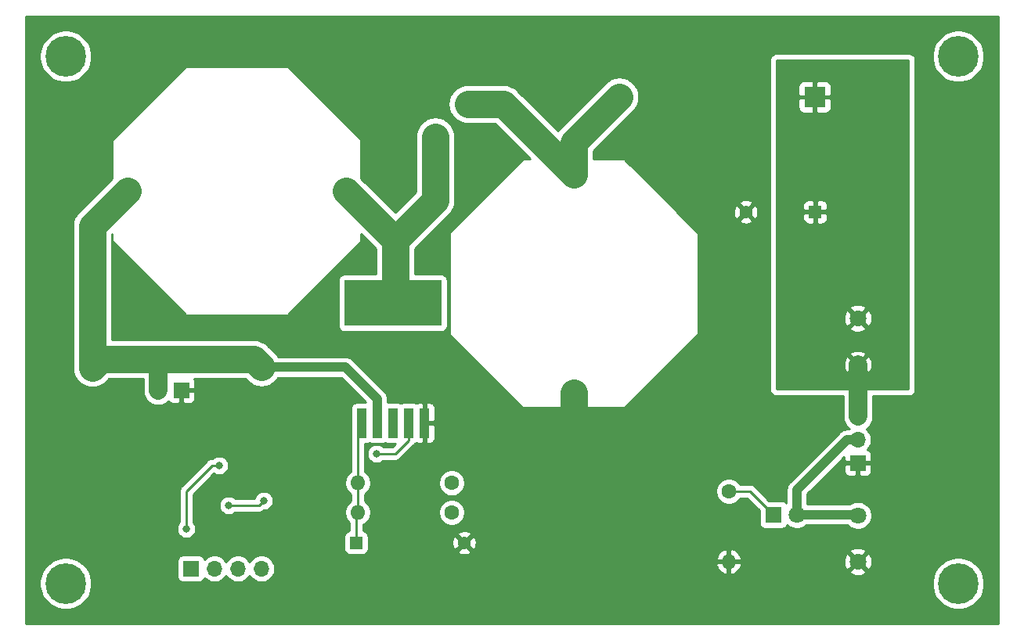
<source format=gbl>
G04 #@! TF.GenerationSoftware,KiCad,Pcbnew,5.1.10*
G04 #@! TF.CreationDate,2021-12-17T16:59:52-08:00*
G04 #@! TF.ProjectId,SEPIC,53455049-432e-46b6-9963-61645f706362,v0.1*
G04 #@! TF.SameCoordinates,Original*
G04 #@! TF.FileFunction,Copper,L2,Bot*
G04 #@! TF.FilePolarity,Positive*
%FSLAX46Y46*%
G04 Gerber Fmt 4.6, Leading zero omitted, Abs format (unit mm)*
G04 Created by KiCad (PCBNEW 5.1.10) date 2021-12-17 16:59:52*
%MOMM*%
%LPD*%
G01*
G04 APERTURE LIST*
G04 #@! TA.AperFunction,ComponentPad*
%ADD10C,4.400000*%
G04 #@! TD*
G04 #@! TA.AperFunction,SMDPad,CuDef*
%ADD11R,10.530000X5.000000*%
G04 #@! TD*
G04 #@! TA.AperFunction,SMDPad,CuDef*
%ADD12R,1.050000X3.210000*%
G04 #@! TD*
G04 #@! TA.AperFunction,ComponentPad*
%ADD13C,2.300000*%
G04 #@! TD*
G04 #@! TA.AperFunction,ComponentPad*
%ADD14R,2.300000X2.300000*%
G04 #@! TD*
G04 #@! TA.AperFunction,ComponentPad*
%ADD15C,2.514600*%
G04 #@! TD*
G04 #@! TA.AperFunction,ComponentPad*
%ADD16R,1.700000X1.700000*%
G04 #@! TD*
G04 #@! TA.AperFunction,ComponentPad*
%ADD17O,1.700000X1.700000*%
G04 #@! TD*
G04 #@! TA.AperFunction,ComponentPad*
%ADD18R,1.150000X1.150000*%
G04 #@! TD*
G04 #@! TA.AperFunction,ComponentPad*
%ADD19C,1.150000*%
G04 #@! TD*
G04 #@! TA.AperFunction,ComponentPad*
%ADD20R,1.400000X1.400000*%
G04 #@! TD*
G04 #@! TA.AperFunction,ComponentPad*
%ADD21C,1.400000*%
G04 #@! TD*
G04 #@! TA.AperFunction,ComponentPad*
%ADD22R,1.800000X1.800000*%
G04 #@! TD*
G04 #@! TA.AperFunction,ComponentPad*
%ADD23C,1.800000*%
G04 #@! TD*
G04 #@! TA.AperFunction,ComponentPad*
%ADD24C,1.803400*%
G04 #@! TD*
G04 #@! TA.AperFunction,ComponentPad*
%ADD25C,1.600000*%
G04 #@! TD*
G04 #@! TA.AperFunction,ComponentPad*
%ADD26O,1.600000X1.600000*%
G04 #@! TD*
G04 #@! TA.AperFunction,ComponentPad*
%ADD27R,1.371600X1.371600*%
G04 #@! TD*
G04 #@! TA.AperFunction,ComponentPad*
%ADD28C,1.371600*%
G04 #@! TD*
G04 #@! TA.AperFunction,ComponentPad*
%ADD29C,0.100000*%
G04 #@! TD*
G04 #@! TA.AperFunction,ViaPad*
%ADD30C,0.800000*%
G04 #@! TD*
G04 #@! TA.AperFunction,Conductor*
%ADD31C,3.000000*%
G04 #@! TD*
G04 #@! TA.AperFunction,Conductor*
%ADD32C,2.000000*%
G04 #@! TD*
G04 #@! TA.AperFunction,Conductor*
%ADD33C,1.000000*%
G04 #@! TD*
G04 #@! TA.AperFunction,Conductor*
%ADD34C,0.250000*%
G04 #@! TD*
G04 #@! TA.AperFunction,Conductor*
%ADD35C,0.254000*%
G04 #@! TD*
G04 #@! TA.AperFunction,Conductor*
%ADD36C,0.100000*%
G04 #@! TD*
G04 APERTURE END LIST*
D10*
X195000000Y-132922000D03*
X195000000Y-75866000D03*
X98472000Y-75866000D03*
D11*
X133858000Y-102576000D03*
D12*
X130458000Y-115556000D03*
X132158000Y-115556000D03*
X133858000Y-115556000D03*
X135558000Y-115556000D03*
X137258000Y-115556000D03*
D10*
X98470000Y-132920000D03*
D13*
X158352000Y-80264000D03*
D14*
X179468000Y-80264000D03*
D15*
X105156001Y-90424000D03*
X128756002Y-90424000D03*
X153416000Y-88667998D03*
X153416000Y-112267999D03*
D16*
X110998000Y-112014000D03*
D17*
X108458000Y-112014000D03*
D18*
X119634000Y-109514000D03*
D19*
X119634000Y-114514000D03*
D20*
X179518000Y-92710000D03*
D21*
X172018000Y-92710000D03*
D22*
X175006000Y-125476000D03*
D23*
X177546000Y-125476000D03*
D24*
X101346000Y-114554000D03*
X101346000Y-109554000D03*
X184150000Y-104220000D03*
X184150000Y-109220000D03*
X184150000Y-130556000D03*
X184150000Y-125556000D03*
D25*
X170180000Y-122936000D03*
D26*
X170180000Y-130556000D03*
D25*
X140208000Y-122047000D03*
D26*
X130048000Y-122047000D03*
D27*
X129886000Y-128524000D03*
D28*
X141570000Y-128524000D03*
D25*
X140208000Y-125222000D03*
D26*
X130048000Y-125222000D03*
D16*
X112014000Y-131318000D03*
D17*
X114554000Y-131318000D03*
X117094000Y-131318000D03*
X119634000Y-131318000D03*
D16*
X184150000Y-119888000D03*
D17*
X184150000Y-117348000D03*
X184150000Y-114808000D03*
G04 #@! TA.AperFunction,ComponentPad*
D29*
G36*
X138440233Y-85384940D02*
G01*
X137627060Y-84571767D01*
X138440233Y-83758594D01*
X139253406Y-84571767D01*
X138440233Y-85384940D01*
G37*
G04 #@! TD.AperFunction*
D19*
X141975767Y-81036233D03*
D30*
X162941000Y-86106000D03*
X164338000Y-87249000D03*
X165608000Y-88646000D03*
X144526000Y-115824000D03*
X146050000Y-115824000D03*
X147574000Y-115824000D03*
X149098000Y-115824000D03*
X150622000Y-115824000D03*
X155702000Y-115824000D03*
X157226000Y-115824000D03*
X95758000Y-107696000D03*
X95758000Y-109220000D03*
X95758000Y-110744000D03*
X95758000Y-112268000D03*
X143510000Y-114300000D03*
X142494000Y-113284000D03*
X141478000Y-112268000D03*
X140462000Y-111252000D03*
X139446000Y-110236000D03*
X125222000Y-76708000D03*
X126238000Y-77724000D03*
X127254000Y-78740000D03*
X128270000Y-79756000D03*
X129286000Y-80772000D03*
X130302000Y-81788000D03*
X131318000Y-82804000D03*
X167894000Y-100076000D03*
X167894000Y-101600000D03*
X167894000Y-103124000D03*
X167894000Y-104648000D03*
X127254000Y-101346000D03*
X127254000Y-102616000D03*
X127254000Y-103886000D03*
X127254000Y-105156000D03*
X127254000Y-106426000D03*
X167894000Y-105918000D03*
X167005000Y-106934000D03*
X165989000Y-107950000D03*
X165100000Y-108966000D03*
X164211000Y-109982000D03*
X163322000Y-110998000D03*
X162433000Y-111887000D03*
X161417000Y-112903000D03*
X160401000Y-113792000D03*
X159258000Y-114808000D03*
X193040000Y-79502000D03*
X193040000Y-80772000D03*
X193040000Y-82042000D03*
X193040000Y-83312000D03*
X193040000Y-84582000D03*
X193040000Y-85852000D03*
X193040000Y-87122000D03*
X178054000Y-73660000D03*
X179324000Y-73660000D03*
X180594000Y-73660000D03*
X181864000Y-73660000D03*
X183134000Y-73660000D03*
X184404000Y-73660000D03*
X185674000Y-73660000D03*
X186944000Y-73660000D03*
X188214000Y-73660000D03*
X189484000Y-73660000D03*
X148844000Y-79502000D03*
X149860000Y-80264000D03*
X150876000Y-81280000D03*
X151892000Y-82042000D03*
X153162000Y-81280000D03*
X154178000Y-80264000D03*
X155448000Y-79502000D03*
X157480000Y-85852000D03*
X158496000Y-84836000D03*
X159512000Y-83820000D03*
X160782000Y-82804000D03*
X161544000Y-84836000D03*
X146050000Y-87630000D03*
X145034000Y-88646000D03*
X144018000Y-89408000D03*
X143002000Y-90424000D03*
X131572000Y-85344000D03*
X131572000Y-86614000D03*
X131572000Y-87884000D03*
X132842000Y-88646000D03*
X134112000Y-89154000D03*
X132842000Y-87376000D03*
X134112000Y-88138000D03*
X132842000Y-86106000D03*
X134112000Y-86868000D03*
X127762000Y-74422000D03*
X129032000Y-74422000D03*
X130302000Y-74422000D03*
X131572000Y-74422000D03*
X132842000Y-74422000D03*
X134112000Y-74422000D03*
X135382000Y-74422000D03*
X136652000Y-74422000D03*
X137922000Y-74422000D03*
X139192000Y-74422000D03*
X111506000Y-75946000D03*
X112776000Y-75946000D03*
X114046000Y-75946000D03*
X115316000Y-75946000D03*
X116586000Y-75946000D03*
X117856000Y-75946000D03*
X119126000Y-75946000D03*
X120396000Y-75946000D03*
X121666000Y-75946000D03*
X122936000Y-75946000D03*
X124206000Y-75946000D03*
X110490000Y-76708000D03*
X109474000Y-77724000D03*
X108458000Y-78740000D03*
X107442000Y-79756000D03*
X106426000Y-80772000D03*
X105410000Y-81788000D03*
X104394000Y-82804000D03*
X103378000Y-83820000D03*
X130810000Y-98552000D03*
X137414000Y-98552000D03*
X138684000Y-97536000D03*
X147574000Y-125984000D03*
X148590000Y-125984000D03*
X149606000Y-125984000D03*
X150622000Y-125984000D03*
X151638000Y-125984000D03*
X147574000Y-128524000D03*
X148590000Y-128524000D03*
X149606000Y-128524000D03*
X150622000Y-128524000D03*
X151638000Y-128524000D03*
X147574000Y-130810000D03*
X148590000Y-130810000D03*
X149606000Y-130810000D03*
X150622000Y-130810000D03*
X151638000Y-130810000D03*
X165100000Y-126492000D03*
X164338000Y-127508000D03*
X163576000Y-128524000D03*
X162814000Y-129540000D03*
X162052000Y-130556000D03*
X165354000Y-129032000D03*
X164592000Y-130048000D03*
X163830000Y-131064000D03*
X163068000Y-132080000D03*
X166116000Y-128016000D03*
X111506000Y-127000000D03*
X115062000Y-120142000D03*
X132080000Y-118872000D03*
X185420000Y-81026000D03*
X185420000Y-82296000D03*
X185420000Y-83566000D03*
X185420000Y-84836000D03*
X185420000Y-86106000D03*
X187198000Y-91440000D03*
X187198000Y-92710000D03*
X187198000Y-93980000D03*
X187198000Y-95250000D03*
X187198000Y-96520000D03*
X179324000Y-106172000D03*
X179324000Y-107442000D03*
X179324000Y-108712000D03*
X179324000Y-109982000D03*
X184404000Y-95758000D03*
X183388000Y-96774000D03*
X182372000Y-97790000D03*
X181356000Y-98806000D03*
X180340000Y-99822000D03*
X179324000Y-100838000D03*
X119888000Y-123952000D03*
X116078000Y-124460000D03*
D31*
X118772301Y-108652301D02*
X119634000Y-109514000D01*
X101346000Y-109554000D02*
X102247699Y-108652301D01*
D32*
X108458000Y-109474000D02*
X109279699Y-108652301D01*
X108458000Y-112014000D02*
X108458000Y-109474000D01*
D31*
X109279699Y-108652301D02*
X118772301Y-108652301D01*
X102247699Y-108652301D02*
X109279699Y-108652301D01*
D33*
X132158000Y-112951000D02*
X132158000Y-115556000D01*
X128721000Y-109514000D02*
X132158000Y-112951000D01*
X119634000Y-109514000D02*
X128721000Y-109514000D01*
D31*
X101346000Y-94234001D02*
X105156001Y-90424000D01*
X101346000Y-109554000D02*
X101346000Y-94234001D01*
X118692301Y-115455699D02*
X119634000Y-114514000D01*
X101346000Y-114554000D02*
X102247699Y-115455699D01*
X111518699Y-115455699D02*
X111518699Y-115455699D01*
X102247699Y-115455699D02*
X107048301Y-115455699D01*
X153416000Y-115824000D02*
X153416000Y-112267999D01*
X110350301Y-115455699D02*
X111518699Y-115455699D01*
X107048301Y-115455699D02*
X108699301Y-115455699D01*
X108699301Y-115455699D02*
X110350301Y-115455699D01*
X111518699Y-115455699D02*
X113271301Y-115455699D01*
X113271301Y-115455699D02*
X118692301Y-115455699D01*
D34*
X111506000Y-127000000D02*
X111506000Y-122936000D01*
X114300000Y-120142000D02*
X115062000Y-120142000D01*
X111506000Y-122936000D02*
X114300000Y-120142000D01*
X132080000Y-118872000D02*
X134097000Y-118872000D01*
X134097000Y-118872000D02*
X135558000Y-117411000D01*
X135558000Y-117411000D02*
X135558000Y-115556000D01*
D33*
X177546000Y-122749919D02*
X177546000Y-125476000D01*
X182947919Y-117348000D02*
X177546000Y-122749919D01*
X184150000Y-117348000D02*
X182947919Y-117348000D01*
X184070000Y-125476000D02*
X184150000Y-125556000D01*
X177546000Y-125476000D02*
X184070000Y-125476000D01*
D32*
X184150000Y-109220000D02*
X184150000Y-114808000D01*
D31*
X128756002Y-90424000D02*
X134112000Y-95779998D01*
X134112000Y-102322000D02*
X133858000Y-102576000D01*
X134112000Y-95779998D02*
X134112000Y-102322000D01*
X138440233Y-91451765D02*
X134112000Y-95779998D01*
X138440233Y-84571767D02*
X138440233Y-91451765D01*
D34*
X172466000Y-122936000D02*
X175006000Y-125476000D01*
X170180000Y-122936000D02*
X172466000Y-122936000D01*
D31*
X145784235Y-81036233D02*
X153416000Y-88667998D01*
X141975767Y-81036233D02*
X145784235Y-81036233D01*
X153416000Y-85200000D02*
X158352000Y-80264000D01*
X153416000Y-88667998D02*
X153416000Y-85200000D01*
D34*
X130048000Y-115966000D02*
X130458000Y-115556000D01*
X130048000Y-122047000D02*
X130048000Y-115966000D01*
X130048000Y-122047000D02*
X130048000Y-125222000D01*
X129886000Y-128524000D02*
X129886000Y-125384000D01*
X129886000Y-125384000D02*
X130048000Y-125222000D01*
X119380000Y-124460000D02*
X116078000Y-124460000D01*
X119888000Y-123952000D02*
X119380000Y-124460000D01*
D35*
X189611000Y-111887000D02*
X175387000Y-111887000D01*
X175387000Y-110285293D01*
X183264312Y-110285293D01*
X183348201Y-110539647D01*
X183621058Y-110670714D01*
X183914241Y-110746030D01*
X184216486Y-110762703D01*
X184516175Y-110720090D01*
X184801792Y-110619829D01*
X184951799Y-110539647D01*
X185035688Y-110285293D01*
X184150000Y-109399605D01*
X183264312Y-110285293D01*
X175387000Y-110285293D01*
X175387000Y-109286486D01*
X182607297Y-109286486D01*
X182649910Y-109586175D01*
X182750171Y-109871792D01*
X182830353Y-110021799D01*
X183084707Y-110105688D01*
X183970395Y-109220000D01*
X184329605Y-109220000D01*
X185215293Y-110105688D01*
X185469647Y-110021799D01*
X185600714Y-109748942D01*
X185676030Y-109455759D01*
X185692703Y-109153514D01*
X185650090Y-108853825D01*
X185549829Y-108568208D01*
X185469647Y-108418201D01*
X185215293Y-108334312D01*
X184329605Y-109220000D01*
X183970395Y-109220000D01*
X183084707Y-108334312D01*
X182830353Y-108418201D01*
X182699286Y-108691058D01*
X182623970Y-108984241D01*
X182607297Y-109286486D01*
X175387000Y-109286486D01*
X175387000Y-108154707D01*
X183264312Y-108154707D01*
X184150000Y-109040395D01*
X185035688Y-108154707D01*
X184951799Y-107900353D01*
X184678942Y-107769286D01*
X184385759Y-107693970D01*
X184083514Y-107677297D01*
X183783825Y-107719910D01*
X183498208Y-107820171D01*
X183348201Y-107900353D01*
X183264312Y-108154707D01*
X175387000Y-108154707D01*
X175387000Y-105285293D01*
X183264312Y-105285293D01*
X183348201Y-105539647D01*
X183621058Y-105670714D01*
X183914241Y-105746030D01*
X184216486Y-105762703D01*
X184516175Y-105720090D01*
X184801792Y-105619829D01*
X184951799Y-105539647D01*
X185035688Y-105285293D01*
X184150000Y-104399605D01*
X183264312Y-105285293D01*
X175387000Y-105285293D01*
X175387000Y-104286486D01*
X182607297Y-104286486D01*
X182649910Y-104586175D01*
X182750171Y-104871792D01*
X182830353Y-105021799D01*
X183084707Y-105105688D01*
X183970395Y-104220000D01*
X184329605Y-104220000D01*
X185215293Y-105105688D01*
X185469647Y-105021799D01*
X185600714Y-104748942D01*
X185676030Y-104455759D01*
X185692703Y-104153514D01*
X185650090Y-103853825D01*
X185549829Y-103568208D01*
X185469647Y-103418201D01*
X185215293Y-103334312D01*
X184329605Y-104220000D01*
X183970395Y-104220000D01*
X183084707Y-103334312D01*
X182830353Y-103418201D01*
X182699286Y-103691058D01*
X182623970Y-103984241D01*
X182607297Y-104286486D01*
X175387000Y-104286486D01*
X175387000Y-103154707D01*
X183264312Y-103154707D01*
X184150000Y-104040395D01*
X185035688Y-103154707D01*
X184951799Y-102900353D01*
X184678942Y-102769286D01*
X184385759Y-102693970D01*
X184083514Y-102677297D01*
X183783825Y-102719910D01*
X183498208Y-102820171D01*
X183348201Y-102900353D01*
X183264312Y-103154707D01*
X175387000Y-103154707D01*
X175387000Y-93410000D01*
X178179928Y-93410000D01*
X178192188Y-93534482D01*
X178228498Y-93654180D01*
X178287463Y-93764494D01*
X178366815Y-93861185D01*
X178463506Y-93940537D01*
X178573820Y-93999502D01*
X178693518Y-94035812D01*
X178818000Y-94048072D01*
X179232250Y-94045000D01*
X179391000Y-93886250D01*
X179391000Y-92837000D01*
X179645000Y-92837000D01*
X179645000Y-93886250D01*
X179803750Y-94045000D01*
X180218000Y-94048072D01*
X180342482Y-94035812D01*
X180462180Y-93999502D01*
X180572494Y-93940537D01*
X180669185Y-93861185D01*
X180748537Y-93764494D01*
X180807502Y-93654180D01*
X180843812Y-93534482D01*
X180856072Y-93410000D01*
X180853000Y-92995750D01*
X180694250Y-92837000D01*
X179645000Y-92837000D01*
X179391000Y-92837000D01*
X178341750Y-92837000D01*
X178183000Y-92995750D01*
X178179928Y-93410000D01*
X175387000Y-93410000D01*
X175387000Y-92010000D01*
X178179928Y-92010000D01*
X178183000Y-92424250D01*
X178341750Y-92583000D01*
X179391000Y-92583000D01*
X179391000Y-91533750D01*
X179645000Y-91533750D01*
X179645000Y-92583000D01*
X180694250Y-92583000D01*
X180853000Y-92424250D01*
X180856072Y-92010000D01*
X180843812Y-91885518D01*
X180807502Y-91765820D01*
X180748537Y-91655506D01*
X180669185Y-91558815D01*
X180572494Y-91479463D01*
X180462180Y-91420498D01*
X180342482Y-91384188D01*
X180218000Y-91371928D01*
X179803750Y-91375000D01*
X179645000Y-91533750D01*
X179391000Y-91533750D01*
X179232250Y-91375000D01*
X178818000Y-91371928D01*
X178693518Y-91384188D01*
X178573820Y-91420498D01*
X178463506Y-91479463D01*
X178366815Y-91558815D01*
X178287463Y-91655506D01*
X178228498Y-91765820D01*
X178192188Y-91885518D01*
X178179928Y-92010000D01*
X175387000Y-92010000D01*
X175387000Y-81414000D01*
X177679928Y-81414000D01*
X177692188Y-81538482D01*
X177728498Y-81658180D01*
X177787463Y-81768494D01*
X177866815Y-81865185D01*
X177963506Y-81944537D01*
X178073820Y-82003502D01*
X178193518Y-82039812D01*
X178318000Y-82052072D01*
X179211250Y-82049000D01*
X179370000Y-81890250D01*
X179370000Y-80362000D01*
X179566000Y-80362000D01*
X179566000Y-81890250D01*
X179724750Y-82049000D01*
X180618000Y-82052072D01*
X180742482Y-82039812D01*
X180862180Y-82003502D01*
X180972494Y-81944537D01*
X181069185Y-81865185D01*
X181148537Y-81768494D01*
X181207502Y-81658180D01*
X181243812Y-81538482D01*
X181256072Y-81414000D01*
X181253000Y-80520750D01*
X181094250Y-80362000D01*
X179566000Y-80362000D01*
X179370000Y-80362000D01*
X177841750Y-80362000D01*
X177683000Y-80520750D01*
X177679928Y-81414000D01*
X175387000Y-81414000D01*
X175387000Y-79114000D01*
X177679928Y-79114000D01*
X177683000Y-80007250D01*
X177841750Y-80166000D01*
X179370000Y-80166000D01*
X179370000Y-78637750D01*
X179566000Y-78637750D01*
X179566000Y-80166000D01*
X181094250Y-80166000D01*
X181253000Y-80007250D01*
X181256072Y-79114000D01*
X181243812Y-78989518D01*
X181207502Y-78869820D01*
X181148537Y-78759506D01*
X181069185Y-78662815D01*
X180972494Y-78583463D01*
X180862180Y-78524498D01*
X180742482Y-78488188D01*
X180618000Y-78475928D01*
X179724750Y-78479000D01*
X179566000Y-78637750D01*
X179370000Y-78637750D01*
X179211250Y-78479000D01*
X178318000Y-78475928D01*
X178193518Y-78488188D01*
X178073820Y-78524498D01*
X177963506Y-78583463D01*
X177866815Y-78662815D01*
X177787463Y-78759506D01*
X177728498Y-78869820D01*
X177692188Y-78989518D01*
X177679928Y-79114000D01*
X175387000Y-79114000D01*
X175387000Y-76327000D01*
X189611000Y-76327000D01*
X189611000Y-111887000D01*
G04 #@! TA.AperFunction,Conductor*
D36*
G36*
X189611000Y-111887000D02*
G01*
X175387000Y-111887000D01*
X175387000Y-110285293D01*
X183264312Y-110285293D01*
X183348201Y-110539647D01*
X183621058Y-110670714D01*
X183914241Y-110746030D01*
X184216486Y-110762703D01*
X184516175Y-110720090D01*
X184801792Y-110619829D01*
X184951799Y-110539647D01*
X185035688Y-110285293D01*
X184150000Y-109399605D01*
X183264312Y-110285293D01*
X175387000Y-110285293D01*
X175387000Y-109286486D01*
X182607297Y-109286486D01*
X182649910Y-109586175D01*
X182750171Y-109871792D01*
X182830353Y-110021799D01*
X183084707Y-110105688D01*
X183970395Y-109220000D01*
X184329605Y-109220000D01*
X185215293Y-110105688D01*
X185469647Y-110021799D01*
X185600714Y-109748942D01*
X185676030Y-109455759D01*
X185692703Y-109153514D01*
X185650090Y-108853825D01*
X185549829Y-108568208D01*
X185469647Y-108418201D01*
X185215293Y-108334312D01*
X184329605Y-109220000D01*
X183970395Y-109220000D01*
X183084707Y-108334312D01*
X182830353Y-108418201D01*
X182699286Y-108691058D01*
X182623970Y-108984241D01*
X182607297Y-109286486D01*
X175387000Y-109286486D01*
X175387000Y-108154707D01*
X183264312Y-108154707D01*
X184150000Y-109040395D01*
X185035688Y-108154707D01*
X184951799Y-107900353D01*
X184678942Y-107769286D01*
X184385759Y-107693970D01*
X184083514Y-107677297D01*
X183783825Y-107719910D01*
X183498208Y-107820171D01*
X183348201Y-107900353D01*
X183264312Y-108154707D01*
X175387000Y-108154707D01*
X175387000Y-105285293D01*
X183264312Y-105285293D01*
X183348201Y-105539647D01*
X183621058Y-105670714D01*
X183914241Y-105746030D01*
X184216486Y-105762703D01*
X184516175Y-105720090D01*
X184801792Y-105619829D01*
X184951799Y-105539647D01*
X185035688Y-105285293D01*
X184150000Y-104399605D01*
X183264312Y-105285293D01*
X175387000Y-105285293D01*
X175387000Y-104286486D01*
X182607297Y-104286486D01*
X182649910Y-104586175D01*
X182750171Y-104871792D01*
X182830353Y-105021799D01*
X183084707Y-105105688D01*
X183970395Y-104220000D01*
X184329605Y-104220000D01*
X185215293Y-105105688D01*
X185469647Y-105021799D01*
X185600714Y-104748942D01*
X185676030Y-104455759D01*
X185692703Y-104153514D01*
X185650090Y-103853825D01*
X185549829Y-103568208D01*
X185469647Y-103418201D01*
X185215293Y-103334312D01*
X184329605Y-104220000D01*
X183970395Y-104220000D01*
X183084707Y-103334312D01*
X182830353Y-103418201D01*
X182699286Y-103691058D01*
X182623970Y-103984241D01*
X182607297Y-104286486D01*
X175387000Y-104286486D01*
X175387000Y-103154707D01*
X183264312Y-103154707D01*
X184150000Y-104040395D01*
X185035688Y-103154707D01*
X184951799Y-102900353D01*
X184678942Y-102769286D01*
X184385759Y-102693970D01*
X184083514Y-102677297D01*
X183783825Y-102719910D01*
X183498208Y-102820171D01*
X183348201Y-102900353D01*
X183264312Y-103154707D01*
X175387000Y-103154707D01*
X175387000Y-93410000D01*
X178179928Y-93410000D01*
X178192188Y-93534482D01*
X178228498Y-93654180D01*
X178287463Y-93764494D01*
X178366815Y-93861185D01*
X178463506Y-93940537D01*
X178573820Y-93999502D01*
X178693518Y-94035812D01*
X178818000Y-94048072D01*
X179232250Y-94045000D01*
X179391000Y-93886250D01*
X179391000Y-92837000D01*
X179645000Y-92837000D01*
X179645000Y-93886250D01*
X179803750Y-94045000D01*
X180218000Y-94048072D01*
X180342482Y-94035812D01*
X180462180Y-93999502D01*
X180572494Y-93940537D01*
X180669185Y-93861185D01*
X180748537Y-93764494D01*
X180807502Y-93654180D01*
X180843812Y-93534482D01*
X180856072Y-93410000D01*
X180853000Y-92995750D01*
X180694250Y-92837000D01*
X179645000Y-92837000D01*
X179391000Y-92837000D01*
X178341750Y-92837000D01*
X178183000Y-92995750D01*
X178179928Y-93410000D01*
X175387000Y-93410000D01*
X175387000Y-92010000D01*
X178179928Y-92010000D01*
X178183000Y-92424250D01*
X178341750Y-92583000D01*
X179391000Y-92583000D01*
X179391000Y-91533750D01*
X179645000Y-91533750D01*
X179645000Y-92583000D01*
X180694250Y-92583000D01*
X180853000Y-92424250D01*
X180856072Y-92010000D01*
X180843812Y-91885518D01*
X180807502Y-91765820D01*
X180748537Y-91655506D01*
X180669185Y-91558815D01*
X180572494Y-91479463D01*
X180462180Y-91420498D01*
X180342482Y-91384188D01*
X180218000Y-91371928D01*
X179803750Y-91375000D01*
X179645000Y-91533750D01*
X179391000Y-91533750D01*
X179232250Y-91375000D01*
X178818000Y-91371928D01*
X178693518Y-91384188D01*
X178573820Y-91420498D01*
X178463506Y-91479463D01*
X178366815Y-91558815D01*
X178287463Y-91655506D01*
X178228498Y-91765820D01*
X178192188Y-91885518D01*
X178179928Y-92010000D01*
X175387000Y-92010000D01*
X175387000Y-81414000D01*
X177679928Y-81414000D01*
X177692188Y-81538482D01*
X177728498Y-81658180D01*
X177787463Y-81768494D01*
X177866815Y-81865185D01*
X177963506Y-81944537D01*
X178073820Y-82003502D01*
X178193518Y-82039812D01*
X178318000Y-82052072D01*
X179211250Y-82049000D01*
X179370000Y-81890250D01*
X179370000Y-80362000D01*
X179566000Y-80362000D01*
X179566000Y-81890250D01*
X179724750Y-82049000D01*
X180618000Y-82052072D01*
X180742482Y-82039812D01*
X180862180Y-82003502D01*
X180972494Y-81944537D01*
X181069185Y-81865185D01*
X181148537Y-81768494D01*
X181207502Y-81658180D01*
X181243812Y-81538482D01*
X181256072Y-81414000D01*
X181253000Y-80520750D01*
X181094250Y-80362000D01*
X179566000Y-80362000D01*
X179370000Y-80362000D01*
X177841750Y-80362000D01*
X177683000Y-80520750D01*
X177679928Y-81414000D01*
X175387000Y-81414000D01*
X175387000Y-79114000D01*
X177679928Y-79114000D01*
X177683000Y-80007250D01*
X177841750Y-80166000D01*
X179370000Y-80166000D01*
X179370000Y-78637750D01*
X179566000Y-78637750D01*
X179566000Y-80166000D01*
X181094250Y-80166000D01*
X181253000Y-80007250D01*
X181256072Y-79114000D01*
X181243812Y-78989518D01*
X181207502Y-78869820D01*
X181148537Y-78759506D01*
X181069185Y-78662815D01*
X180972494Y-78583463D01*
X180862180Y-78524498D01*
X180742482Y-78488188D01*
X180618000Y-78475928D01*
X179724750Y-78479000D01*
X179566000Y-78637750D01*
X179370000Y-78637750D01*
X179211250Y-78479000D01*
X178318000Y-78475928D01*
X178193518Y-78488188D01*
X178073820Y-78524498D01*
X177963506Y-78583463D01*
X177866815Y-78662815D01*
X177787463Y-78759506D01*
X177728498Y-78869820D01*
X177692188Y-78989518D01*
X177679928Y-79114000D01*
X175387000Y-79114000D01*
X175387000Y-76327000D01*
X189611000Y-76327000D01*
X189611000Y-111887000D01*
G37*
G04 #@! TD.AperFunction*
D35*
X199340001Y-137262000D02*
X94132000Y-137262000D01*
X94132000Y-132640777D01*
X95635000Y-132640777D01*
X95635000Y-133199223D01*
X95743948Y-133746939D01*
X95957656Y-134262876D01*
X96267912Y-134727207D01*
X96662793Y-135122088D01*
X97127124Y-135432344D01*
X97643061Y-135646052D01*
X98190777Y-135755000D01*
X98749223Y-135755000D01*
X99296939Y-135646052D01*
X99812876Y-135432344D01*
X100277207Y-135122088D01*
X100672088Y-134727207D01*
X100982344Y-134262876D01*
X101196052Y-133746939D01*
X101305000Y-133199223D01*
X101305000Y-132640777D01*
X101196052Y-132093061D01*
X100982344Y-131577124D01*
X100672088Y-131112793D01*
X100277207Y-130717912D01*
X99903188Y-130468000D01*
X110525928Y-130468000D01*
X110525928Y-132168000D01*
X110538188Y-132292482D01*
X110574498Y-132412180D01*
X110633463Y-132522494D01*
X110712815Y-132619185D01*
X110809506Y-132698537D01*
X110919820Y-132757502D01*
X111039518Y-132793812D01*
X111164000Y-132806072D01*
X112864000Y-132806072D01*
X112988482Y-132793812D01*
X113108180Y-132757502D01*
X113218494Y-132698537D01*
X113315185Y-132619185D01*
X113394537Y-132522494D01*
X113453502Y-132412180D01*
X113475513Y-132339620D01*
X113607368Y-132471475D01*
X113850589Y-132633990D01*
X114120842Y-132745932D01*
X114407740Y-132803000D01*
X114700260Y-132803000D01*
X114987158Y-132745932D01*
X115257411Y-132633990D01*
X115500632Y-132471475D01*
X115707475Y-132264632D01*
X115824000Y-132090240D01*
X115940525Y-132264632D01*
X116147368Y-132471475D01*
X116390589Y-132633990D01*
X116660842Y-132745932D01*
X116947740Y-132803000D01*
X117240260Y-132803000D01*
X117527158Y-132745932D01*
X117797411Y-132633990D01*
X118040632Y-132471475D01*
X118247475Y-132264632D01*
X118364000Y-132090240D01*
X118480525Y-132264632D01*
X118687368Y-132471475D01*
X118930589Y-132633990D01*
X119200842Y-132745932D01*
X119487740Y-132803000D01*
X119780260Y-132803000D01*
X120067158Y-132745932D01*
X120316197Y-132642777D01*
X192165000Y-132642777D01*
X192165000Y-133201223D01*
X192273948Y-133748939D01*
X192487656Y-134264876D01*
X192797912Y-134729207D01*
X193192793Y-135124088D01*
X193657124Y-135434344D01*
X194173061Y-135648052D01*
X194720777Y-135757000D01*
X195279223Y-135757000D01*
X195826939Y-135648052D01*
X196342876Y-135434344D01*
X196807207Y-135124088D01*
X197202088Y-134729207D01*
X197512344Y-134264876D01*
X197726052Y-133748939D01*
X197835000Y-133201223D01*
X197835000Y-132642777D01*
X197726052Y-132095061D01*
X197512344Y-131579124D01*
X197202088Y-131114793D01*
X196807207Y-130719912D01*
X196342876Y-130409656D01*
X195826939Y-130195948D01*
X195279223Y-130087000D01*
X194720777Y-130087000D01*
X194173061Y-130195948D01*
X193657124Y-130409656D01*
X193192793Y-130719912D01*
X192797912Y-131114793D01*
X192487656Y-131579124D01*
X192273948Y-132095061D01*
X192165000Y-132642777D01*
X120316197Y-132642777D01*
X120337411Y-132633990D01*
X120580632Y-132471475D01*
X120787475Y-132264632D01*
X120949990Y-132021411D01*
X121061932Y-131751158D01*
X121119000Y-131464260D01*
X121119000Y-131171740D01*
X121065950Y-130905040D01*
X168788091Y-130905040D01*
X168882930Y-131169881D01*
X169027615Y-131411131D01*
X169216586Y-131619519D01*
X169442580Y-131787037D01*
X169696913Y-131907246D01*
X169830961Y-131947904D01*
X170053000Y-131825915D01*
X170053000Y-130683000D01*
X170307000Y-130683000D01*
X170307000Y-131825915D01*
X170529039Y-131947904D01*
X170663087Y-131907246D01*
X170917420Y-131787037D01*
X171141020Y-131621293D01*
X183264312Y-131621293D01*
X183348201Y-131875647D01*
X183621058Y-132006714D01*
X183914241Y-132082030D01*
X184216486Y-132098703D01*
X184516175Y-132056090D01*
X184801792Y-131955829D01*
X184951799Y-131875647D01*
X185035688Y-131621293D01*
X184150000Y-130735605D01*
X183264312Y-131621293D01*
X171141020Y-131621293D01*
X171143414Y-131619519D01*
X171332385Y-131411131D01*
X171477070Y-131169881D01*
X171571909Y-130905040D01*
X171450624Y-130683000D01*
X170307000Y-130683000D01*
X170053000Y-130683000D01*
X168909376Y-130683000D01*
X168788091Y-130905040D01*
X121065950Y-130905040D01*
X121061932Y-130884842D01*
X120953262Y-130622486D01*
X182607297Y-130622486D01*
X182649910Y-130922175D01*
X182750171Y-131207792D01*
X182830353Y-131357799D01*
X183084707Y-131441688D01*
X183970395Y-130556000D01*
X184329605Y-130556000D01*
X185215293Y-131441688D01*
X185469647Y-131357799D01*
X185600714Y-131084942D01*
X185676030Y-130791759D01*
X185692703Y-130489514D01*
X185650090Y-130189825D01*
X185549829Y-129904208D01*
X185469647Y-129754201D01*
X185215293Y-129670312D01*
X184329605Y-130556000D01*
X183970395Y-130556000D01*
X183084707Y-129670312D01*
X182830353Y-129754201D01*
X182699286Y-130027058D01*
X182623970Y-130320241D01*
X182607297Y-130622486D01*
X120953262Y-130622486D01*
X120949990Y-130614589D01*
X120787475Y-130371368D01*
X120623067Y-130206960D01*
X168788091Y-130206960D01*
X168909376Y-130429000D01*
X170053000Y-130429000D01*
X170053000Y-129286085D01*
X170307000Y-129286085D01*
X170307000Y-130429000D01*
X171450624Y-130429000D01*
X171571909Y-130206960D01*
X171477070Y-129942119D01*
X171332385Y-129700869D01*
X171143414Y-129492481D01*
X171141021Y-129490707D01*
X183264312Y-129490707D01*
X184150000Y-130376395D01*
X185035688Y-129490707D01*
X184951799Y-129236353D01*
X184678942Y-129105286D01*
X184385759Y-129029970D01*
X184083514Y-129013297D01*
X183783825Y-129055910D01*
X183498208Y-129156171D01*
X183348201Y-129236353D01*
X183264312Y-129490707D01*
X171141021Y-129490707D01*
X170917420Y-129324963D01*
X170663087Y-129204754D01*
X170529039Y-129164096D01*
X170307000Y-129286085D01*
X170053000Y-129286085D01*
X169830961Y-129164096D01*
X169696913Y-129204754D01*
X169442580Y-129324963D01*
X169216586Y-129492481D01*
X169027615Y-129700869D01*
X168882930Y-129942119D01*
X168788091Y-130206960D01*
X120623067Y-130206960D01*
X120580632Y-130164525D01*
X120337411Y-130002010D01*
X120067158Y-129890068D01*
X119780260Y-129833000D01*
X119487740Y-129833000D01*
X119200842Y-129890068D01*
X118930589Y-130002010D01*
X118687368Y-130164525D01*
X118480525Y-130371368D01*
X118364000Y-130545760D01*
X118247475Y-130371368D01*
X118040632Y-130164525D01*
X117797411Y-130002010D01*
X117527158Y-129890068D01*
X117240260Y-129833000D01*
X116947740Y-129833000D01*
X116660842Y-129890068D01*
X116390589Y-130002010D01*
X116147368Y-130164525D01*
X115940525Y-130371368D01*
X115824000Y-130545760D01*
X115707475Y-130371368D01*
X115500632Y-130164525D01*
X115257411Y-130002010D01*
X114987158Y-129890068D01*
X114700260Y-129833000D01*
X114407740Y-129833000D01*
X114120842Y-129890068D01*
X113850589Y-130002010D01*
X113607368Y-130164525D01*
X113475513Y-130296380D01*
X113453502Y-130223820D01*
X113394537Y-130113506D01*
X113315185Y-130016815D01*
X113218494Y-129937463D01*
X113108180Y-129878498D01*
X112988482Y-129842188D01*
X112864000Y-129829928D01*
X111164000Y-129829928D01*
X111039518Y-129842188D01*
X110919820Y-129878498D01*
X110809506Y-129937463D01*
X110712815Y-130016815D01*
X110633463Y-130113506D01*
X110574498Y-130223820D01*
X110538188Y-130343518D01*
X110525928Y-130468000D01*
X99903188Y-130468000D01*
X99812876Y-130407656D01*
X99296939Y-130193948D01*
X98749223Y-130085000D01*
X98190777Y-130085000D01*
X97643061Y-130193948D01*
X97127124Y-130407656D01*
X96662793Y-130717912D01*
X96267912Y-131112793D01*
X95957656Y-131577124D01*
X95743948Y-132093061D01*
X95635000Y-132640777D01*
X94132000Y-132640777D01*
X94132000Y-126898061D01*
X110471000Y-126898061D01*
X110471000Y-127101939D01*
X110510774Y-127301898D01*
X110588795Y-127490256D01*
X110702063Y-127659774D01*
X110846226Y-127803937D01*
X111015744Y-127917205D01*
X111204102Y-127995226D01*
X111404061Y-128035000D01*
X111607939Y-128035000D01*
X111807898Y-127995226D01*
X111996256Y-127917205D01*
X112165774Y-127803937D01*
X112309937Y-127659774D01*
X112423205Y-127490256D01*
X112501226Y-127301898D01*
X112541000Y-127101939D01*
X112541000Y-126898061D01*
X112501226Y-126698102D01*
X112423205Y-126509744D01*
X112309937Y-126340226D01*
X112266000Y-126296289D01*
X112266000Y-124358061D01*
X115043000Y-124358061D01*
X115043000Y-124561939D01*
X115082774Y-124761898D01*
X115160795Y-124950256D01*
X115274063Y-125119774D01*
X115418226Y-125263937D01*
X115587744Y-125377205D01*
X115776102Y-125455226D01*
X115976061Y-125495000D01*
X116179939Y-125495000D01*
X116379898Y-125455226D01*
X116568256Y-125377205D01*
X116737774Y-125263937D01*
X116781711Y-125220000D01*
X119342678Y-125220000D01*
X119380000Y-125223676D01*
X119417322Y-125220000D01*
X119417333Y-125220000D01*
X119528986Y-125209003D01*
X119672247Y-125165546D01*
X119804276Y-125094974D01*
X119920001Y-125000001D01*
X119930671Y-124987000D01*
X119989939Y-124987000D01*
X120189898Y-124947226D01*
X120378256Y-124869205D01*
X120547774Y-124755937D01*
X120691937Y-124611774D01*
X120805205Y-124442256D01*
X120883226Y-124253898D01*
X120923000Y-124053939D01*
X120923000Y-123850061D01*
X120883226Y-123650102D01*
X120805205Y-123461744D01*
X120691937Y-123292226D01*
X120547774Y-123148063D01*
X120378256Y-123034795D01*
X120189898Y-122956774D01*
X119989939Y-122917000D01*
X119786061Y-122917000D01*
X119586102Y-122956774D01*
X119397744Y-123034795D01*
X119228226Y-123148063D01*
X119084063Y-123292226D01*
X118970795Y-123461744D01*
X118892774Y-123650102D01*
X118882849Y-123700000D01*
X116781711Y-123700000D01*
X116737774Y-123656063D01*
X116568256Y-123542795D01*
X116379898Y-123464774D01*
X116179939Y-123425000D01*
X115976061Y-123425000D01*
X115776102Y-123464774D01*
X115587744Y-123542795D01*
X115418226Y-123656063D01*
X115274063Y-123800226D01*
X115160795Y-123969744D01*
X115082774Y-124158102D01*
X115043000Y-124358061D01*
X112266000Y-124358061D01*
X112266000Y-123250801D01*
X114503318Y-121013484D01*
X114571744Y-121059205D01*
X114760102Y-121137226D01*
X114960061Y-121177000D01*
X115163939Y-121177000D01*
X115363898Y-121137226D01*
X115552256Y-121059205D01*
X115721774Y-120945937D01*
X115865937Y-120801774D01*
X115979205Y-120632256D01*
X116057226Y-120443898D01*
X116097000Y-120243939D01*
X116097000Y-120040061D01*
X116057226Y-119840102D01*
X115979205Y-119651744D01*
X115865937Y-119482226D01*
X115721774Y-119338063D01*
X115552256Y-119224795D01*
X115363898Y-119146774D01*
X115163939Y-119107000D01*
X114960061Y-119107000D01*
X114760102Y-119146774D01*
X114571744Y-119224795D01*
X114402226Y-119338063D01*
X114358289Y-119382000D01*
X114337325Y-119382000D01*
X114300000Y-119378324D01*
X114262675Y-119382000D01*
X114262667Y-119382000D01*
X114151014Y-119392997D01*
X114007753Y-119436454D01*
X113875724Y-119507026D01*
X113759999Y-119601999D01*
X113736201Y-119630997D01*
X110994998Y-122372201D01*
X110966000Y-122395999D01*
X110942202Y-122424997D01*
X110942201Y-122424998D01*
X110871026Y-122511724D01*
X110800454Y-122643754D01*
X110770180Y-122743558D01*
X110756998Y-122787014D01*
X110756113Y-122796003D01*
X110742324Y-122936000D01*
X110746001Y-122973332D01*
X110746000Y-126296289D01*
X110702063Y-126340226D01*
X110588795Y-126509744D01*
X110510774Y-126698102D01*
X110471000Y-126898061D01*
X94132000Y-126898061D01*
X94132000Y-115619293D01*
X100460312Y-115619293D01*
X100544201Y-115873647D01*
X100817058Y-116004714D01*
X101110241Y-116080030D01*
X101412486Y-116096703D01*
X101712175Y-116054090D01*
X101997792Y-115953829D01*
X102147799Y-115873647D01*
X102231688Y-115619293D01*
X101346000Y-114733605D01*
X100460312Y-115619293D01*
X94132000Y-115619293D01*
X94132000Y-114620486D01*
X99803297Y-114620486D01*
X99845910Y-114920175D01*
X99946171Y-115205792D01*
X100026353Y-115355799D01*
X100280707Y-115439688D01*
X101166395Y-114554000D01*
X101525605Y-114554000D01*
X102411293Y-115439688D01*
X102665647Y-115355799D01*
X102670414Y-115345874D01*
X118981731Y-115345874D01*
X119025993Y-115566916D01*
X119243089Y-115665301D01*
X119475208Y-115719442D01*
X119713429Y-115727258D01*
X119948598Y-115688450D01*
X120171677Y-115604509D01*
X120242007Y-115566916D01*
X120286269Y-115345874D01*
X119634000Y-114693605D01*
X118981731Y-115345874D01*
X102670414Y-115345874D01*
X102796714Y-115082942D01*
X102872030Y-114789759D01*
X102882860Y-114593429D01*
X118420742Y-114593429D01*
X118459550Y-114828598D01*
X118543491Y-115051677D01*
X118581084Y-115122007D01*
X118802126Y-115166269D01*
X119454395Y-114514000D01*
X119813605Y-114514000D01*
X120465874Y-115166269D01*
X120686916Y-115122007D01*
X120785301Y-114904911D01*
X120839442Y-114672792D01*
X120847258Y-114434571D01*
X120808450Y-114199402D01*
X120724509Y-113976323D01*
X120686916Y-113905993D01*
X120465874Y-113861731D01*
X119813605Y-114514000D01*
X119454395Y-114514000D01*
X118802126Y-113861731D01*
X118581084Y-113905993D01*
X118482699Y-114123089D01*
X118428558Y-114355208D01*
X118420742Y-114593429D01*
X102882860Y-114593429D01*
X102888703Y-114487514D01*
X102846090Y-114187825D01*
X102745829Y-113902208D01*
X102665647Y-113752201D01*
X102453178Y-113682126D01*
X118981731Y-113682126D01*
X119634000Y-114334395D01*
X120286269Y-113682126D01*
X120242007Y-113461084D01*
X120024911Y-113362699D01*
X119792792Y-113308558D01*
X119554571Y-113300742D01*
X119319402Y-113339550D01*
X119096323Y-113423491D01*
X119025993Y-113461084D01*
X118981731Y-113682126D01*
X102453178Y-113682126D01*
X102411293Y-113668312D01*
X101525605Y-114554000D01*
X101166395Y-114554000D01*
X100280707Y-113668312D01*
X100026353Y-113752201D01*
X99895286Y-114025058D01*
X99819970Y-114318241D01*
X99803297Y-114620486D01*
X94132000Y-114620486D01*
X94132000Y-113488707D01*
X100460312Y-113488707D01*
X101346000Y-114374395D01*
X102231688Y-113488707D01*
X102147799Y-113234353D01*
X101874942Y-113103286D01*
X101581759Y-113027970D01*
X101279514Y-113011297D01*
X100979825Y-113053910D01*
X100694208Y-113154171D01*
X100544201Y-113234353D01*
X100460312Y-113488707D01*
X94132000Y-113488707D01*
X94132000Y-94234001D01*
X99200671Y-94234001D01*
X99211001Y-94338883D01*
X99211000Y-109449128D01*
X99200671Y-109554000D01*
X99211000Y-109658872D01*
X99211000Y-109658881D01*
X99241892Y-109972532D01*
X99363974Y-110374981D01*
X99562223Y-110745881D01*
X99829023Y-111070977D01*
X100154119Y-111337777D01*
X100525018Y-111536026D01*
X100927467Y-111658108D01*
X101346000Y-111699330D01*
X101764532Y-111658108D01*
X102166981Y-111536026D01*
X102537881Y-111337777D01*
X102862977Y-111070977D01*
X102929837Y-110989508D01*
X103132044Y-110787301D01*
X106823000Y-110787301D01*
X106823000Y-112094321D01*
X106846657Y-112334515D01*
X106940148Y-112642714D01*
X107091969Y-112926751D01*
X107296286Y-113175714D01*
X107545248Y-113380031D01*
X107829285Y-113531852D01*
X108137484Y-113625343D01*
X108458000Y-113656911D01*
X108778515Y-113625343D01*
X109086714Y-113531852D01*
X109370751Y-113380031D01*
X109602255Y-113190042D01*
X109617463Y-113218494D01*
X109696815Y-113315185D01*
X109793506Y-113394537D01*
X109903820Y-113453502D01*
X110023518Y-113489812D01*
X110148000Y-113502072D01*
X110712250Y-113499000D01*
X110871000Y-113340250D01*
X110871000Y-112141000D01*
X111125000Y-112141000D01*
X111125000Y-113340250D01*
X111283750Y-113499000D01*
X111848000Y-113502072D01*
X111972482Y-113489812D01*
X112092180Y-113453502D01*
X112202494Y-113394537D01*
X112299185Y-113315185D01*
X112378537Y-113218494D01*
X112437502Y-113108180D01*
X112473812Y-112988482D01*
X112486072Y-112864000D01*
X112483000Y-112299750D01*
X112324250Y-112141000D01*
X111125000Y-112141000D01*
X110871000Y-112141000D01*
X110851000Y-112141000D01*
X110851000Y-111887000D01*
X110871000Y-111887000D01*
X110871000Y-111867000D01*
X111125000Y-111867000D01*
X111125000Y-111887000D01*
X112324250Y-111887000D01*
X112483000Y-111728250D01*
X112486072Y-111164000D01*
X112473812Y-111039518D01*
X112437502Y-110919820D01*
X112378537Y-110809506D01*
X112360314Y-110787301D01*
X117887956Y-110787301D01*
X118198490Y-111097835D01*
X118442119Y-111297776D01*
X118813017Y-111496025D01*
X119215466Y-111618107D01*
X119633999Y-111659329D01*
X120052533Y-111618107D01*
X120454981Y-111496025D01*
X120825881Y-111297776D01*
X121150977Y-111030977D01*
X121417776Y-110705881D01*
X121448179Y-110649000D01*
X128250869Y-110649000D01*
X130914796Y-113312928D01*
X129933000Y-113312928D01*
X129808518Y-113325188D01*
X129688820Y-113361498D01*
X129578506Y-113420463D01*
X129481815Y-113499815D01*
X129402463Y-113596506D01*
X129343498Y-113706820D01*
X129307188Y-113826518D01*
X129294928Y-113951000D01*
X129294928Y-115858338D01*
X129284324Y-115966000D01*
X129288001Y-116003332D01*
X129288000Y-120828956D01*
X129133241Y-120932363D01*
X128933363Y-121132241D01*
X128776320Y-121367273D01*
X128668147Y-121628426D01*
X128613000Y-121905665D01*
X128613000Y-122188335D01*
X128668147Y-122465574D01*
X128776320Y-122726727D01*
X128933363Y-122961759D01*
X129133241Y-123161637D01*
X129288000Y-123265044D01*
X129288001Y-124003956D01*
X129133241Y-124107363D01*
X128933363Y-124307241D01*
X128776320Y-124542273D01*
X128668147Y-124803426D01*
X128613000Y-125080665D01*
X128613000Y-125363335D01*
X128668147Y-125640574D01*
X128776320Y-125901727D01*
X128933363Y-126136759D01*
X129126001Y-126329397D01*
X129126000Y-127207436D01*
X129075718Y-127212388D01*
X128956020Y-127248698D01*
X128845706Y-127307663D01*
X128749015Y-127387015D01*
X128669663Y-127483706D01*
X128610698Y-127594020D01*
X128574388Y-127713718D01*
X128562128Y-127838200D01*
X128562128Y-129209800D01*
X128574388Y-129334282D01*
X128610698Y-129453980D01*
X128669663Y-129564294D01*
X128749015Y-129660985D01*
X128845706Y-129740337D01*
X128956020Y-129799302D01*
X129075718Y-129835612D01*
X129200200Y-129847872D01*
X130571800Y-129847872D01*
X130696282Y-129835612D01*
X130815980Y-129799302D01*
X130926294Y-129740337D01*
X131022985Y-129660985D01*
X131102337Y-129564294D01*
X131161302Y-129453980D01*
X131167022Y-129435121D01*
X140838485Y-129435121D01*
X140896221Y-129667442D01*
X141132242Y-129776919D01*
X141385086Y-129838247D01*
X141645036Y-129849069D01*
X141902103Y-129808970D01*
X142146407Y-129719490D01*
X142243779Y-129667442D01*
X142301515Y-129435121D01*
X141570000Y-128703605D01*
X140838485Y-129435121D01*
X131167022Y-129435121D01*
X131197612Y-129334282D01*
X131209872Y-129209800D01*
X131209872Y-128599036D01*
X140244931Y-128599036D01*
X140285030Y-128856103D01*
X140374510Y-129100407D01*
X140426558Y-129197779D01*
X140658879Y-129255515D01*
X141390395Y-128524000D01*
X141749605Y-128524000D01*
X142481121Y-129255515D01*
X142713442Y-129197779D01*
X142822919Y-128961758D01*
X142884247Y-128708914D01*
X142895069Y-128448964D01*
X142854970Y-128191897D01*
X142765490Y-127947593D01*
X142713442Y-127850221D01*
X142481121Y-127792485D01*
X141749605Y-128524000D01*
X141390395Y-128524000D01*
X140658879Y-127792485D01*
X140426558Y-127850221D01*
X140317081Y-128086242D01*
X140255753Y-128339086D01*
X140244931Y-128599036D01*
X131209872Y-128599036D01*
X131209872Y-127838200D01*
X131197612Y-127713718D01*
X131167023Y-127612879D01*
X140838485Y-127612879D01*
X141570000Y-128344395D01*
X142301515Y-127612879D01*
X142243779Y-127380558D01*
X142007758Y-127271081D01*
X141754914Y-127209753D01*
X141494964Y-127198931D01*
X141237897Y-127239030D01*
X140993593Y-127328510D01*
X140896221Y-127380558D01*
X140838485Y-127612879D01*
X131167023Y-127612879D01*
X131161302Y-127594020D01*
X131102337Y-127483706D01*
X131022985Y-127387015D01*
X130926294Y-127307663D01*
X130815980Y-127248698D01*
X130696282Y-127212388D01*
X130646000Y-127207436D01*
X130646000Y-126527532D01*
X130727727Y-126493680D01*
X130962759Y-126336637D01*
X131162637Y-126136759D01*
X131319680Y-125901727D01*
X131427853Y-125640574D01*
X131483000Y-125363335D01*
X131483000Y-125080665D01*
X138773000Y-125080665D01*
X138773000Y-125363335D01*
X138828147Y-125640574D01*
X138936320Y-125901727D01*
X139093363Y-126136759D01*
X139293241Y-126336637D01*
X139528273Y-126493680D01*
X139789426Y-126601853D01*
X140066665Y-126657000D01*
X140349335Y-126657000D01*
X140626574Y-126601853D01*
X140887727Y-126493680D01*
X141122759Y-126336637D01*
X141322637Y-126136759D01*
X141479680Y-125901727D01*
X141587853Y-125640574D01*
X141643000Y-125363335D01*
X141643000Y-125080665D01*
X141587853Y-124803426D01*
X141479680Y-124542273D01*
X141322637Y-124307241D01*
X141122759Y-124107363D01*
X140887727Y-123950320D01*
X140626574Y-123842147D01*
X140349335Y-123787000D01*
X140066665Y-123787000D01*
X139789426Y-123842147D01*
X139528273Y-123950320D01*
X139293241Y-124107363D01*
X139093363Y-124307241D01*
X138936320Y-124542273D01*
X138828147Y-124803426D01*
X138773000Y-125080665D01*
X131483000Y-125080665D01*
X131427853Y-124803426D01*
X131319680Y-124542273D01*
X131162637Y-124307241D01*
X130962759Y-124107363D01*
X130808000Y-124003957D01*
X130808000Y-123265043D01*
X130962759Y-123161637D01*
X131162637Y-122961759D01*
X131319680Y-122726727D01*
X131427853Y-122465574D01*
X131483000Y-122188335D01*
X131483000Y-121905665D01*
X138773000Y-121905665D01*
X138773000Y-122188335D01*
X138828147Y-122465574D01*
X138936320Y-122726727D01*
X139093363Y-122961759D01*
X139293241Y-123161637D01*
X139528273Y-123318680D01*
X139789426Y-123426853D01*
X140066665Y-123482000D01*
X140349335Y-123482000D01*
X140626574Y-123426853D01*
X140887727Y-123318680D01*
X141122759Y-123161637D01*
X141322637Y-122961759D01*
X141434285Y-122794665D01*
X168745000Y-122794665D01*
X168745000Y-123077335D01*
X168800147Y-123354574D01*
X168908320Y-123615727D01*
X169065363Y-123850759D01*
X169265241Y-124050637D01*
X169500273Y-124207680D01*
X169761426Y-124315853D01*
X170038665Y-124371000D01*
X170321335Y-124371000D01*
X170598574Y-124315853D01*
X170859727Y-124207680D01*
X171094759Y-124050637D01*
X171294637Y-123850759D01*
X171398043Y-123696000D01*
X172151199Y-123696000D01*
X173467928Y-125012730D01*
X173467928Y-126376000D01*
X173480188Y-126500482D01*
X173516498Y-126620180D01*
X173575463Y-126730494D01*
X173654815Y-126827185D01*
X173751506Y-126906537D01*
X173861820Y-126965502D01*
X173981518Y-127001812D01*
X174106000Y-127014072D01*
X175906000Y-127014072D01*
X176030482Y-127001812D01*
X176150180Y-126965502D01*
X176260494Y-126906537D01*
X176357185Y-126827185D01*
X176436537Y-126730494D01*
X176495502Y-126620180D01*
X176501056Y-126601873D01*
X176567495Y-126668312D01*
X176818905Y-126836299D01*
X177098257Y-126952011D01*
X177394816Y-127011000D01*
X177697184Y-127011000D01*
X177993743Y-126952011D01*
X178273095Y-126836299D01*
X178524505Y-126668312D01*
X178581817Y-126611000D01*
X183031779Y-126611000D01*
X183170411Y-126749632D01*
X183422100Y-126917805D01*
X183701761Y-127033645D01*
X183998648Y-127092700D01*
X184301352Y-127092700D01*
X184598239Y-127033645D01*
X184877900Y-126917805D01*
X185129589Y-126749632D01*
X185343632Y-126535589D01*
X185511805Y-126283900D01*
X185627645Y-126004239D01*
X185686700Y-125707352D01*
X185686700Y-125404648D01*
X185627645Y-125107761D01*
X185511805Y-124828100D01*
X185343632Y-124576411D01*
X185129589Y-124362368D01*
X184877900Y-124194195D01*
X184598239Y-124078355D01*
X184301352Y-124019300D01*
X183998648Y-124019300D01*
X183701761Y-124078355D01*
X183422100Y-124194195D01*
X183202391Y-124341000D01*
X178681000Y-124341000D01*
X178681000Y-123220050D01*
X181163050Y-120738000D01*
X182661928Y-120738000D01*
X182674188Y-120862482D01*
X182710498Y-120982180D01*
X182769463Y-121092494D01*
X182848815Y-121189185D01*
X182945506Y-121268537D01*
X183055820Y-121327502D01*
X183175518Y-121363812D01*
X183300000Y-121376072D01*
X183864250Y-121373000D01*
X184023000Y-121214250D01*
X184023000Y-120015000D01*
X184277000Y-120015000D01*
X184277000Y-121214250D01*
X184435750Y-121373000D01*
X185000000Y-121376072D01*
X185124482Y-121363812D01*
X185244180Y-121327502D01*
X185354494Y-121268537D01*
X185451185Y-121189185D01*
X185530537Y-121092494D01*
X185589502Y-120982180D01*
X185625812Y-120862482D01*
X185638072Y-120738000D01*
X185635000Y-120173750D01*
X185476250Y-120015000D01*
X184277000Y-120015000D01*
X184023000Y-120015000D01*
X182823750Y-120015000D01*
X182665000Y-120173750D01*
X182661928Y-120738000D01*
X181163050Y-120738000D01*
X182663017Y-119238034D01*
X182665000Y-119602250D01*
X182823750Y-119761000D01*
X184023000Y-119761000D01*
X184023000Y-119741000D01*
X184277000Y-119741000D01*
X184277000Y-119761000D01*
X185476250Y-119761000D01*
X185635000Y-119602250D01*
X185638072Y-119038000D01*
X185625812Y-118913518D01*
X185589502Y-118793820D01*
X185530537Y-118683506D01*
X185451185Y-118586815D01*
X185354494Y-118507463D01*
X185244180Y-118448498D01*
X185171620Y-118426487D01*
X185303475Y-118294632D01*
X185465990Y-118051411D01*
X185577932Y-117781158D01*
X185635000Y-117494260D01*
X185635000Y-117201740D01*
X185577932Y-116914842D01*
X185465990Y-116644589D01*
X185303475Y-116401368D01*
X185096632Y-116194525D01*
X185064192Y-116172849D01*
X185311714Y-115969714D01*
X185516031Y-115720752D01*
X185667852Y-115436715D01*
X185761343Y-115128516D01*
X185785000Y-114888322D01*
X185785000Y-112649000D01*
X189738000Y-112649000D01*
X189861882Y-112636799D01*
X189981004Y-112600664D01*
X190090787Y-112541983D01*
X190187013Y-112463013D01*
X190265983Y-112366787D01*
X190324664Y-112257004D01*
X190360799Y-112137882D01*
X190373000Y-112014000D01*
X190373000Y-76200000D01*
X190360799Y-76076118D01*
X190324664Y-75956996D01*
X190265983Y-75847213D01*
X190187013Y-75750987D01*
X190090787Y-75672017D01*
X189981004Y-75613336D01*
X189893451Y-75586777D01*
X192165000Y-75586777D01*
X192165000Y-76145223D01*
X192273948Y-76692939D01*
X192487656Y-77208876D01*
X192797912Y-77673207D01*
X193192793Y-78068088D01*
X193657124Y-78378344D01*
X194173061Y-78592052D01*
X194720777Y-78701000D01*
X195279223Y-78701000D01*
X195826939Y-78592052D01*
X196342876Y-78378344D01*
X196807207Y-78068088D01*
X197202088Y-77673207D01*
X197512344Y-77208876D01*
X197726052Y-76692939D01*
X197835000Y-76145223D01*
X197835000Y-75586777D01*
X197726052Y-75039061D01*
X197512344Y-74523124D01*
X197202088Y-74058793D01*
X196807207Y-73663912D01*
X196342876Y-73353656D01*
X195826939Y-73139948D01*
X195279223Y-73031000D01*
X194720777Y-73031000D01*
X194173061Y-73139948D01*
X193657124Y-73353656D01*
X193192793Y-73663912D01*
X192797912Y-74058793D01*
X192487656Y-74523124D01*
X192273948Y-75039061D01*
X192165000Y-75586777D01*
X189893451Y-75586777D01*
X189861882Y-75577201D01*
X189738000Y-75565000D01*
X175260000Y-75565000D01*
X175136118Y-75577201D01*
X175016996Y-75613336D01*
X174907213Y-75672017D01*
X174810987Y-75750987D01*
X174732017Y-75847213D01*
X174673336Y-75956996D01*
X174637201Y-76076118D01*
X174625000Y-76200000D01*
X174625000Y-112014000D01*
X174637201Y-112137882D01*
X174673336Y-112257004D01*
X174732017Y-112366787D01*
X174810987Y-112463013D01*
X174907213Y-112541983D01*
X175016996Y-112600664D01*
X175136118Y-112636799D01*
X175260000Y-112649000D01*
X182515001Y-112649000D01*
X182515001Y-114888322D01*
X182538658Y-115128516D01*
X182632149Y-115436715D01*
X182783970Y-115720752D01*
X182988287Y-115969714D01*
X183235809Y-116172849D01*
X183203368Y-116194525D01*
X183184893Y-116213000D01*
X183003670Y-116213000D01*
X182947918Y-116207509D01*
X182725419Y-116229423D01*
X182675624Y-116244529D01*
X182511472Y-116294324D01*
X182314296Y-116399716D01*
X182141470Y-116541551D01*
X182105928Y-116584859D01*
X176782865Y-121907923D01*
X176739551Y-121943470D01*
X176597716Y-122116296D01*
X176522898Y-122256273D01*
X176492324Y-122313473D01*
X176427423Y-122527421D01*
X176405509Y-122749919D01*
X176411000Y-122805671D01*
X176411001Y-124190390D01*
X176357185Y-124124815D01*
X176260494Y-124045463D01*
X176150180Y-123986498D01*
X176030482Y-123950188D01*
X175906000Y-123937928D01*
X174542730Y-123937928D01*
X173029804Y-122425003D01*
X173006001Y-122395999D01*
X172890276Y-122301026D01*
X172758247Y-122230454D01*
X172614986Y-122186997D01*
X172503333Y-122176000D01*
X172503322Y-122176000D01*
X172466000Y-122172324D01*
X172428678Y-122176000D01*
X171398043Y-122176000D01*
X171294637Y-122021241D01*
X171094759Y-121821363D01*
X170859727Y-121664320D01*
X170598574Y-121556147D01*
X170321335Y-121501000D01*
X170038665Y-121501000D01*
X169761426Y-121556147D01*
X169500273Y-121664320D01*
X169265241Y-121821363D01*
X169065363Y-122021241D01*
X168908320Y-122256273D01*
X168800147Y-122517426D01*
X168745000Y-122794665D01*
X141434285Y-122794665D01*
X141479680Y-122726727D01*
X141587853Y-122465574D01*
X141643000Y-122188335D01*
X141643000Y-121905665D01*
X141587853Y-121628426D01*
X141479680Y-121367273D01*
X141322637Y-121132241D01*
X141122759Y-120932363D01*
X140887727Y-120775320D01*
X140626574Y-120667147D01*
X140349335Y-120612000D01*
X140066665Y-120612000D01*
X139789426Y-120667147D01*
X139528273Y-120775320D01*
X139293241Y-120932363D01*
X139093363Y-121132241D01*
X138936320Y-121367273D01*
X138828147Y-121628426D01*
X138773000Y-121905665D01*
X131483000Y-121905665D01*
X131427853Y-121628426D01*
X131319680Y-121367273D01*
X131162637Y-121132241D01*
X130962759Y-120932363D01*
X130808000Y-120828957D01*
X130808000Y-117799072D01*
X130983000Y-117799072D01*
X131107482Y-117786812D01*
X131227180Y-117750502D01*
X131308000Y-117707302D01*
X131388820Y-117750502D01*
X131508518Y-117786812D01*
X131633000Y-117799072D01*
X132683000Y-117799072D01*
X132807482Y-117786812D01*
X132927180Y-117750502D01*
X133008000Y-117707302D01*
X133088820Y-117750502D01*
X133208518Y-117786812D01*
X133333000Y-117799072D01*
X134095127Y-117799072D01*
X133782199Y-118112000D01*
X132783711Y-118112000D01*
X132739774Y-118068063D01*
X132570256Y-117954795D01*
X132381898Y-117876774D01*
X132181939Y-117837000D01*
X131978061Y-117837000D01*
X131778102Y-117876774D01*
X131589744Y-117954795D01*
X131420226Y-118068063D01*
X131276063Y-118212226D01*
X131162795Y-118381744D01*
X131084774Y-118570102D01*
X131045000Y-118770061D01*
X131045000Y-118973939D01*
X131084774Y-119173898D01*
X131162795Y-119362256D01*
X131276063Y-119531774D01*
X131420226Y-119675937D01*
X131589744Y-119789205D01*
X131778102Y-119867226D01*
X131978061Y-119907000D01*
X132181939Y-119907000D01*
X132381898Y-119867226D01*
X132570256Y-119789205D01*
X132739774Y-119675937D01*
X132783711Y-119632000D01*
X134059678Y-119632000D01*
X134097000Y-119635676D01*
X134134322Y-119632000D01*
X134134333Y-119632000D01*
X134245986Y-119621003D01*
X134389247Y-119577546D01*
X134521276Y-119506974D01*
X134637001Y-119412001D01*
X134660804Y-119382997D01*
X136069004Y-117974798D01*
X136098001Y-117951001D01*
X136124332Y-117918917D01*
X136192974Y-117835277D01*
X136221085Y-117782686D01*
X136327180Y-117750502D01*
X136408000Y-117707302D01*
X136488820Y-117750502D01*
X136608518Y-117786812D01*
X136733000Y-117799072D01*
X136972250Y-117796000D01*
X137131000Y-117637250D01*
X137131000Y-115683000D01*
X137385000Y-115683000D01*
X137385000Y-117637250D01*
X137543750Y-117796000D01*
X137783000Y-117799072D01*
X137907482Y-117786812D01*
X138027180Y-117750502D01*
X138137494Y-117691537D01*
X138234185Y-117612185D01*
X138313537Y-117515494D01*
X138372502Y-117405180D01*
X138408812Y-117285482D01*
X138421072Y-117161000D01*
X138418000Y-115841750D01*
X138259250Y-115683000D01*
X137385000Y-115683000D01*
X137131000Y-115683000D01*
X137111000Y-115683000D01*
X137111000Y-115429000D01*
X137131000Y-115429000D01*
X137131000Y-113474750D01*
X137385000Y-113474750D01*
X137385000Y-115429000D01*
X138259250Y-115429000D01*
X138418000Y-115270250D01*
X138421072Y-113951000D01*
X138408812Y-113826518D01*
X138372502Y-113706820D01*
X138313537Y-113596506D01*
X138234185Y-113499815D01*
X138137494Y-113420463D01*
X138027180Y-113361498D01*
X137907482Y-113325188D01*
X137783000Y-113312928D01*
X137543750Y-113316000D01*
X137385000Y-113474750D01*
X137131000Y-113474750D01*
X136972250Y-113316000D01*
X136733000Y-113312928D01*
X136608518Y-113325188D01*
X136488820Y-113361498D01*
X136408000Y-113404698D01*
X136327180Y-113361498D01*
X136207482Y-113325188D01*
X136083000Y-113312928D01*
X135033000Y-113312928D01*
X134908518Y-113325188D01*
X134788820Y-113361498D01*
X134708000Y-113404698D01*
X134627180Y-113361498D01*
X134507482Y-113325188D01*
X134383000Y-113312928D01*
X133333000Y-113312928D01*
X133293000Y-113316868D01*
X133293000Y-113006751D01*
X133298491Y-112950999D01*
X133276577Y-112728501D01*
X133211676Y-112514553D01*
X133175653Y-112447158D01*
X133106284Y-112317377D01*
X132964449Y-112144551D01*
X132921141Y-112109009D01*
X129562996Y-108750865D01*
X129527449Y-108707551D01*
X129354623Y-108565716D01*
X129157447Y-108460324D01*
X128943499Y-108395423D01*
X128776752Y-108379000D01*
X128776751Y-108379000D01*
X128721000Y-108373509D01*
X128665249Y-108379000D01*
X121448180Y-108379000D01*
X121417776Y-108322119D01*
X121217835Y-108078490D01*
X120356138Y-107216793D01*
X120289278Y-107135324D01*
X119964182Y-106868524D01*
X119593283Y-106670275D01*
X119190834Y-106548193D01*
X118877183Y-106517301D01*
X118877173Y-106517301D01*
X118772301Y-106506972D01*
X118667429Y-106517301D01*
X103481000Y-106517301D01*
X103481000Y-95118346D01*
X103505000Y-95094346D01*
X103505000Y-95885000D01*
X103507440Y-95909776D01*
X103514667Y-95933601D01*
X103526403Y-95955557D01*
X103542197Y-95974803D01*
X111416197Y-103848803D01*
X111435443Y-103864597D01*
X111457399Y-103876333D01*
X111481224Y-103883560D01*
X111506000Y-103886000D01*
X122428000Y-103886000D01*
X122452776Y-103883560D01*
X122476601Y-103876333D01*
X122498557Y-103864597D01*
X122517803Y-103848803D01*
X130391803Y-95974803D01*
X130407597Y-95955557D01*
X130419333Y-95933601D01*
X130426560Y-95909776D01*
X130429000Y-95885000D01*
X130429000Y-95116344D01*
X131977000Y-96664344D01*
X131977001Y-99437928D01*
X128593000Y-99437928D01*
X128468518Y-99450188D01*
X128348820Y-99486498D01*
X128238506Y-99545463D01*
X128141815Y-99624815D01*
X128062463Y-99721506D01*
X128003498Y-99831820D01*
X127967188Y-99951518D01*
X127954928Y-100076000D01*
X127954928Y-105076000D01*
X127967188Y-105200482D01*
X128003498Y-105320180D01*
X128062463Y-105430494D01*
X128141815Y-105527185D01*
X128238506Y-105606537D01*
X128348820Y-105665502D01*
X128468518Y-105701812D01*
X128593000Y-105714072D01*
X139123000Y-105714072D01*
X139247482Y-105701812D01*
X139367180Y-105665502D01*
X139477494Y-105606537D01*
X139574185Y-105527185D01*
X139653537Y-105430494D01*
X139712502Y-105320180D01*
X139748812Y-105200482D01*
X139761072Y-105076000D01*
X139761072Y-100076000D01*
X139748812Y-99951518D01*
X139712502Y-99831820D01*
X139653537Y-99721506D01*
X139574185Y-99624815D01*
X139477494Y-99545463D01*
X139367180Y-99486498D01*
X139247482Y-99450188D01*
X139123000Y-99437928D01*
X136247000Y-99437928D01*
X136247000Y-96664343D01*
X139875746Y-93035598D01*
X139957210Y-92968742D01*
X140224010Y-92643646D01*
X140422259Y-92272747D01*
X140438337Y-92219744D01*
X140544341Y-91870299D01*
X140565496Y-91655506D01*
X140575233Y-91556647D01*
X140575233Y-91556640D01*
X140585562Y-91451765D01*
X140575233Y-91346891D01*
X140575233Y-84466885D01*
X140544341Y-84153234D01*
X140422259Y-83750785D01*
X140224010Y-83379886D01*
X139957210Y-83054790D01*
X139632114Y-82787990D01*
X139261214Y-82589741D01*
X138858765Y-82467659D01*
X138440233Y-82426437D01*
X138021700Y-82467659D01*
X137619251Y-82589741D01*
X137248352Y-82787990D01*
X136923256Y-83054790D01*
X136656456Y-83379886D01*
X136458207Y-83750786D01*
X136336125Y-84153235D01*
X136305233Y-84466886D01*
X136305234Y-90567418D01*
X134112000Y-92760652D01*
X130429000Y-89077653D01*
X130429000Y-84963000D01*
X130426560Y-84938224D01*
X130419333Y-84914399D01*
X130407597Y-84892443D01*
X130391803Y-84873197D01*
X126554839Y-81036233D01*
X139830437Y-81036233D01*
X139871659Y-81454766D01*
X139993741Y-81857215D01*
X140191990Y-82228114D01*
X140458790Y-82553210D01*
X140783886Y-82820010D01*
X141154785Y-83018259D01*
X141557234Y-83140341D01*
X141870885Y-83171233D01*
X144899890Y-83171233D01*
X148723656Y-86995000D01*
X147955000Y-86995000D01*
X147930224Y-86997440D01*
X147906399Y-87004667D01*
X147884443Y-87016403D01*
X147865197Y-87032197D01*
X139991197Y-94906197D01*
X139975403Y-94925443D01*
X139963667Y-94947399D01*
X139956440Y-94971224D01*
X139954000Y-94996000D01*
X139954000Y-105918000D01*
X139956440Y-105942776D01*
X139963667Y-105966601D01*
X139975403Y-105988557D01*
X139991197Y-106007803D01*
X147865197Y-113881803D01*
X147884443Y-113897597D01*
X147906399Y-113909333D01*
X147930224Y-113916560D01*
X147955000Y-113919000D01*
X152486619Y-113919000D01*
X152737049Y-114044107D01*
X153096596Y-114142437D01*
X153468419Y-114168732D01*
X153838226Y-114121983D01*
X154191808Y-114003987D01*
X154350808Y-113919000D01*
X158877000Y-113919000D01*
X158901776Y-113916560D01*
X158925601Y-113909333D01*
X158947557Y-113897597D01*
X158966803Y-113881803D01*
X166840803Y-106007803D01*
X166856597Y-105988557D01*
X166868333Y-105966601D01*
X166875560Y-105942776D01*
X166878000Y-105918000D01*
X166878000Y-94996000D01*
X166875560Y-94971224D01*
X166868333Y-94947399D01*
X166856597Y-94925443D01*
X166840803Y-94906197D01*
X165565875Y-93631269D01*
X171276336Y-93631269D01*
X171335797Y-93865037D01*
X171574242Y-93975934D01*
X171829740Y-94038183D01*
X172092473Y-94049390D01*
X172352344Y-94009125D01*
X172599366Y-93918935D01*
X172700203Y-93865037D01*
X172759664Y-93631269D01*
X172018000Y-92889605D01*
X171276336Y-93631269D01*
X165565875Y-93631269D01*
X164719079Y-92784473D01*
X170678610Y-92784473D01*
X170718875Y-93044344D01*
X170809065Y-93291366D01*
X170862963Y-93392203D01*
X171096731Y-93451664D01*
X171838395Y-92710000D01*
X172197605Y-92710000D01*
X172939269Y-93451664D01*
X173173037Y-93392203D01*
X173283934Y-93153758D01*
X173346183Y-92898260D01*
X173357390Y-92635527D01*
X173317125Y-92375656D01*
X173226935Y-92128634D01*
X173173037Y-92027797D01*
X172939269Y-91968336D01*
X172197605Y-92710000D01*
X171838395Y-92710000D01*
X171096731Y-91968336D01*
X170862963Y-92027797D01*
X170752066Y-92266242D01*
X170689817Y-92521740D01*
X170678610Y-92784473D01*
X164719079Y-92784473D01*
X163723337Y-91788731D01*
X171276336Y-91788731D01*
X172018000Y-92530395D01*
X172759664Y-91788731D01*
X172700203Y-91554963D01*
X172461758Y-91444066D01*
X172206260Y-91381817D01*
X171943527Y-91370610D01*
X171683656Y-91410875D01*
X171436634Y-91501065D01*
X171335797Y-91554963D01*
X171276336Y-91788731D01*
X163723337Y-91788731D01*
X158966803Y-87032197D01*
X158947557Y-87016403D01*
X158925601Y-87004667D01*
X158901776Y-86997440D01*
X158877000Y-86995000D01*
X155551000Y-86995000D01*
X155551000Y-86084345D01*
X159935835Y-81699511D01*
X160135776Y-81455882D01*
X160334025Y-81084983D01*
X160456107Y-80682534D01*
X160497329Y-80264001D01*
X160456107Y-79845467D01*
X160334025Y-79443019D01*
X160135776Y-79072119D01*
X159868977Y-78747023D01*
X159543881Y-78480224D01*
X159172981Y-78281975D01*
X158770533Y-78159893D01*
X158351999Y-78118671D01*
X157933466Y-78159893D01*
X157531017Y-78281975D01*
X157160118Y-78480224D01*
X156916489Y-78680165D01*
X151980487Y-83616168D01*
X151899024Y-83683023D01*
X151832168Y-83764487D01*
X151832165Y-83764490D01*
X151705530Y-83918795D01*
X151696791Y-83929444D01*
X147368072Y-79600725D01*
X147301212Y-79519256D01*
X146976116Y-79252456D01*
X146605217Y-79054207D01*
X146202768Y-78932125D01*
X145889117Y-78901233D01*
X145889107Y-78901233D01*
X145784235Y-78890904D01*
X145679363Y-78901233D01*
X141870885Y-78901233D01*
X141557234Y-78932125D01*
X141154785Y-79054207D01*
X140783886Y-79252456D01*
X140458790Y-79519256D01*
X140191990Y-79844352D01*
X139993741Y-80215251D01*
X139871659Y-80617700D01*
X139830437Y-81036233D01*
X126554839Y-81036233D01*
X122517803Y-76999197D01*
X122498557Y-76983403D01*
X122476601Y-76971667D01*
X122452776Y-76964440D01*
X122428000Y-76962000D01*
X111506000Y-76962000D01*
X111481224Y-76964440D01*
X111457399Y-76971667D01*
X111435443Y-76983403D01*
X111416197Y-76999197D01*
X103542197Y-84873197D01*
X103526403Y-84892443D01*
X103514667Y-84914399D01*
X103507440Y-84938224D01*
X103505000Y-84963000D01*
X103505000Y-89055655D01*
X99910487Y-92650169D01*
X99829024Y-92717024D01*
X99762168Y-92798488D01*
X99762165Y-92798491D01*
X99562224Y-93042120D01*
X99363975Y-93413019D01*
X99241893Y-93815468D01*
X99200671Y-94234001D01*
X94132000Y-94234001D01*
X94132000Y-75586777D01*
X95637000Y-75586777D01*
X95637000Y-76145223D01*
X95745948Y-76692939D01*
X95959656Y-77208876D01*
X96269912Y-77673207D01*
X96664793Y-78068088D01*
X97129124Y-78378344D01*
X97645061Y-78592052D01*
X98192777Y-78701000D01*
X98751223Y-78701000D01*
X99298939Y-78592052D01*
X99814876Y-78378344D01*
X100279207Y-78068088D01*
X100674088Y-77673207D01*
X100984344Y-77208876D01*
X101198052Y-76692939D01*
X101307000Y-76145223D01*
X101307000Y-75586777D01*
X101198052Y-75039061D01*
X100984344Y-74523124D01*
X100674088Y-74058793D01*
X100279207Y-73663912D01*
X99814876Y-73353656D01*
X99298939Y-73139948D01*
X98751223Y-73031000D01*
X98192777Y-73031000D01*
X97645061Y-73139948D01*
X97129124Y-73353656D01*
X96664793Y-73663912D01*
X96269912Y-74058793D01*
X95959656Y-74523124D01*
X95745948Y-75039061D01*
X95637000Y-75586777D01*
X94132000Y-75586777D01*
X94132000Y-71526000D01*
X199340000Y-71526000D01*
X199340001Y-137262000D01*
G04 #@! TA.AperFunction,Conductor*
D36*
G36*
X199340001Y-137262000D02*
G01*
X94132000Y-137262000D01*
X94132000Y-132640777D01*
X95635000Y-132640777D01*
X95635000Y-133199223D01*
X95743948Y-133746939D01*
X95957656Y-134262876D01*
X96267912Y-134727207D01*
X96662793Y-135122088D01*
X97127124Y-135432344D01*
X97643061Y-135646052D01*
X98190777Y-135755000D01*
X98749223Y-135755000D01*
X99296939Y-135646052D01*
X99812876Y-135432344D01*
X100277207Y-135122088D01*
X100672088Y-134727207D01*
X100982344Y-134262876D01*
X101196052Y-133746939D01*
X101305000Y-133199223D01*
X101305000Y-132640777D01*
X101196052Y-132093061D01*
X100982344Y-131577124D01*
X100672088Y-131112793D01*
X100277207Y-130717912D01*
X99903188Y-130468000D01*
X110525928Y-130468000D01*
X110525928Y-132168000D01*
X110538188Y-132292482D01*
X110574498Y-132412180D01*
X110633463Y-132522494D01*
X110712815Y-132619185D01*
X110809506Y-132698537D01*
X110919820Y-132757502D01*
X111039518Y-132793812D01*
X111164000Y-132806072D01*
X112864000Y-132806072D01*
X112988482Y-132793812D01*
X113108180Y-132757502D01*
X113218494Y-132698537D01*
X113315185Y-132619185D01*
X113394537Y-132522494D01*
X113453502Y-132412180D01*
X113475513Y-132339620D01*
X113607368Y-132471475D01*
X113850589Y-132633990D01*
X114120842Y-132745932D01*
X114407740Y-132803000D01*
X114700260Y-132803000D01*
X114987158Y-132745932D01*
X115257411Y-132633990D01*
X115500632Y-132471475D01*
X115707475Y-132264632D01*
X115824000Y-132090240D01*
X115940525Y-132264632D01*
X116147368Y-132471475D01*
X116390589Y-132633990D01*
X116660842Y-132745932D01*
X116947740Y-132803000D01*
X117240260Y-132803000D01*
X117527158Y-132745932D01*
X117797411Y-132633990D01*
X118040632Y-132471475D01*
X118247475Y-132264632D01*
X118364000Y-132090240D01*
X118480525Y-132264632D01*
X118687368Y-132471475D01*
X118930589Y-132633990D01*
X119200842Y-132745932D01*
X119487740Y-132803000D01*
X119780260Y-132803000D01*
X120067158Y-132745932D01*
X120316197Y-132642777D01*
X192165000Y-132642777D01*
X192165000Y-133201223D01*
X192273948Y-133748939D01*
X192487656Y-134264876D01*
X192797912Y-134729207D01*
X193192793Y-135124088D01*
X193657124Y-135434344D01*
X194173061Y-135648052D01*
X194720777Y-135757000D01*
X195279223Y-135757000D01*
X195826939Y-135648052D01*
X196342876Y-135434344D01*
X196807207Y-135124088D01*
X197202088Y-134729207D01*
X197512344Y-134264876D01*
X197726052Y-133748939D01*
X197835000Y-133201223D01*
X197835000Y-132642777D01*
X197726052Y-132095061D01*
X197512344Y-131579124D01*
X197202088Y-131114793D01*
X196807207Y-130719912D01*
X196342876Y-130409656D01*
X195826939Y-130195948D01*
X195279223Y-130087000D01*
X194720777Y-130087000D01*
X194173061Y-130195948D01*
X193657124Y-130409656D01*
X193192793Y-130719912D01*
X192797912Y-131114793D01*
X192487656Y-131579124D01*
X192273948Y-132095061D01*
X192165000Y-132642777D01*
X120316197Y-132642777D01*
X120337411Y-132633990D01*
X120580632Y-132471475D01*
X120787475Y-132264632D01*
X120949990Y-132021411D01*
X121061932Y-131751158D01*
X121119000Y-131464260D01*
X121119000Y-131171740D01*
X121065950Y-130905040D01*
X168788091Y-130905040D01*
X168882930Y-131169881D01*
X169027615Y-131411131D01*
X169216586Y-131619519D01*
X169442580Y-131787037D01*
X169696913Y-131907246D01*
X169830961Y-131947904D01*
X170053000Y-131825915D01*
X170053000Y-130683000D01*
X170307000Y-130683000D01*
X170307000Y-131825915D01*
X170529039Y-131947904D01*
X170663087Y-131907246D01*
X170917420Y-131787037D01*
X171141020Y-131621293D01*
X183264312Y-131621293D01*
X183348201Y-131875647D01*
X183621058Y-132006714D01*
X183914241Y-132082030D01*
X184216486Y-132098703D01*
X184516175Y-132056090D01*
X184801792Y-131955829D01*
X184951799Y-131875647D01*
X185035688Y-131621293D01*
X184150000Y-130735605D01*
X183264312Y-131621293D01*
X171141020Y-131621293D01*
X171143414Y-131619519D01*
X171332385Y-131411131D01*
X171477070Y-131169881D01*
X171571909Y-130905040D01*
X171450624Y-130683000D01*
X170307000Y-130683000D01*
X170053000Y-130683000D01*
X168909376Y-130683000D01*
X168788091Y-130905040D01*
X121065950Y-130905040D01*
X121061932Y-130884842D01*
X120953262Y-130622486D01*
X182607297Y-130622486D01*
X182649910Y-130922175D01*
X182750171Y-131207792D01*
X182830353Y-131357799D01*
X183084707Y-131441688D01*
X183970395Y-130556000D01*
X184329605Y-130556000D01*
X185215293Y-131441688D01*
X185469647Y-131357799D01*
X185600714Y-131084942D01*
X185676030Y-130791759D01*
X185692703Y-130489514D01*
X185650090Y-130189825D01*
X185549829Y-129904208D01*
X185469647Y-129754201D01*
X185215293Y-129670312D01*
X184329605Y-130556000D01*
X183970395Y-130556000D01*
X183084707Y-129670312D01*
X182830353Y-129754201D01*
X182699286Y-130027058D01*
X182623970Y-130320241D01*
X182607297Y-130622486D01*
X120953262Y-130622486D01*
X120949990Y-130614589D01*
X120787475Y-130371368D01*
X120623067Y-130206960D01*
X168788091Y-130206960D01*
X168909376Y-130429000D01*
X170053000Y-130429000D01*
X170053000Y-129286085D01*
X170307000Y-129286085D01*
X170307000Y-130429000D01*
X171450624Y-130429000D01*
X171571909Y-130206960D01*
X171477070Y-129942119D01*
X171332385Y-129700869D01*
X171143414Y-129492481D01*
X171141021Y-129490707D01*
X183264312Y-129490707D01*
X184150000Y-130376395D01*
X185035688Y-129490707D01*
X184951799Y-129236353D01*
X184678942Y-129105286D01*
X184385759Y-129029970D01*
X184083514Y-129013297D01*
X183783825Y-129055910D01*
X183498208Y-129156171D01*
X183348201Y-129236353D01*
X183264312Y-129490707D01*
X171141021Y-129490707D01*
X170917420Y-129324963D01*
X170663087Y-129204754D01*
X170529039Y-129164096D01*
X170307000Y-129286085D01*
X170053000Y-129286085D01*
X169830961Y-129164096D01*
X169696913Y-129204754D01*
X169442580Y-129324963D01*
X169216586Y-129492481D01*
X169027615Y-129700869D01*
X168882930Y-129942119D01*
X168788091Y-130206960D01*
X120623067Y-130206960D01*
X120580632Y-130164525D01*
X120337411Y-130002010D01*
X120067158Y-129890068D01*
X119780260Y-129833000D01*
X119487740Y-129833000D01*
X119200842Y-129890068D01*
X118930589Y-130002010D01*
X118687368Y-130164525D01*
X118480525Y-130371368D01*
X118364000Y-130545760D01*
X118247475Y-130371368D01*
X118040632Y-130164525D01*
X117797411Y-130002010D01*
X117527158Y-129890068D01*
X117240260Y-129833000D01*
X116947740Y-129833000D01*
X116660842Y-129890068D01*
X116390589Y-130002010D01*
X116147368Y-130164525D01*
X115940525Y-130371368D01*
X115824000Y-130545760D01*
X115707475Y-130371368D01*
X115500632Y-130164525D01*
X115257411Y-130002010D01*
X114987158Y-129890068D01*
X114700260Y-129833000D01*
X114407740Y-129833000D01*
X114120842Y-129890068D01*
X113850589Y-130002010D01*
X113607368Y-130164525D01*
X113475513Y-130296380D01*
X113453502Y-130223820D01*
X113394537Y-130113506D01*
X113315185Y-130016815D01*
X113218494Y-129937463D01*
X113108180Y-129878498D01*
X112988482Y-129842188D01*
X112864000Y-129829928D01*
X111164000Y-129829928D01*
X111039518Y-129842188D01*
X110919820Y-129878498D01*
X110809506Y-129937463D01*
X110712815Y-130016815D01*
X110633463Y-130113506D01*
X110574498Y-130223820D01*
X110538188Y-130343518D01*
X110525928Y-130468000D01*
X99903188Y-130468000D01*
X99812876Y-130407656D01*
X99296939Y-130193948D01*
X98749223Y-130085000D01*
X98190777Y-130085000D01*
X97643061Y-130193948D01*
X97127124Y-130407656D01*
X96662793Y-130717912D01*
X96267912Y-131112793D01*
X95957656Y-131577124D01*
X95743948Y-132093061D01*
X95635000Y-132640777D01*
X94132000Y-132640777D01*
X94132000Y-126898061D01*
X110471000Y-126898061D01*
X110471000Y-127101939D01*
X110510774Y-127301898D01*
X110588795Y-127490256D01*
X110702063Y-127659774D01*
X110846226Y-127803937D01*
X111015744Y-127917205D01*
X111204102Y-127995226D01*
X111404061Y-128035000D01*
X111607939Y-128035000D01*
X111807898Y-127995226D01*
X111996256Y-127917205D01*
X112165774Y-127803937D01*
X112309937Y-127659774D01*
X112423205Y-127490256D01*
X112501226Y-127301898D01*
X112541000Y-127101939D01*
X112541000Y-126898061D01*
X112501226Y-126698102D01*
X112423205Y-126509744D01*
X112309937Y-126340226D01*
X112266000Y-126296289D01*
X112266000Y-124358061D01*
X115043000Y-124358061D01*
X115043000Y-124561939D01*
X115082774Y-124761898D01*
X115160795Y-124950256D01*
X115274063Y-125119774D01*
X115418226Y-125263937D01*
X115587744Y-125377205D01*
X115776102Y-125455226D01*
X115976061Y-125495000D01*
X116179939Y-125495000D01*
X116379898Y-125455226D01*
X116568256Y-125377205D01*
X116737774Y-125263937D01*
X116781711Y-125220000D01*
X119342678Y-125220000D01*
X119380000Y-125223676D01*
X119417322Y-125220000D01*
X119417333Y-125220000D01*
X119528986Y-125209003D01*
X119672247Y-125165546D01*
X119804276Y-125094974D01*
X119920001Y-125000001D01*
X119930671Y-124987000D01*
X119989939Y-124987000D01*
X120189898Y-124947226D01*
X120378256Y-124869205D01*
X120547774Y-124755937D01*
X120691937Y-124611774D01*
X120805205Y-124442256D01*
X120883226Y-124253898D01*
X120923000Y-124053939D01*
X120923000Y-123850061D01*
X120883226Y-123650102D01*
X120805205Y-123461744D01*
X120691937Y-123292226D01*
X120547774Y-123148063D01*
X120378256Y-123034795D01*
X120189898Y-122956774D01*
X119989939Y-122917000D01*
X119786061Y-122917000D01*
X119586102Y-122956774D01*
X119397744Y-123034795D01*
X119228226Y-123148063D01*
X119084063Y-123292226D01*
X118970795Y-123461744D01*
X118892774Y-123650102D01*
X118882849Y-123700000D01*
X116781711Y-123700000D01*
X116737774Y-123656063D01*
X116568256Y-123542795D01*
X116379898Y-123464774D01*
X116179939Y-123425000D01*
X115976061Y-123425000D01*
X115776102Y-123464774D01*
X115587744Y-123542795D01*
X115418226Y-123656063D01*
X115274063Y-123800226D01*
X115160795Y-123969744D01*
X115082774Y-124158102D01*
X115043000Y-124358061D01*
X112266000Y-124358061D01*
X112266000Y-123250801D01*
X114503318Y-121013484D01*
X114571744Y-121059205D01*
X114760102Y-121137226D01*
X114960061Y-121177000D01*
X115163939Y-121177000D01*
X115363898Y-121137226D01*
X115552256Y-121059205D01*
X115721774Y-120945937D01*
X115865937Y-120801774D01*
X115979205Y-120632256D01*
X116057226Y-120443898D01*
X116097000Y-120243939D01*
X116097000Y-120040061D01*
X116057226Y-119840102D01*
X115979205Y-119651744D01*
X115865937Y-119482226D01*
X115721774Y-119338063D01*
X115552256Y-119224795D01*
X115363898Y-119146774D01*
X115163939Y-119107000D01*
X114960061Y-119107000D01*
X114760102Y-119146774D01*
X114571744Y-119224795D01*
X114402226Y-119338063D01*
X114358289Y-119382000D01*
X114337325Y-119382000D01*
X114300000Y-119378324D01*
X114262675Y-119382000D01*
X114262667Y-119382000D01*
X114151014Y-119392997D01*
X114007753Y-119436454D01*
X113875724Y-119507026D01*
X113759999Y-119601999D01*
X113736201Y-119630997D01*
X110994998Y-122372201D01*
X110966000Y-122395999D01*
X110942202Y-122424997D01*
X110942201Y-122424998D01*
X110871026Y-122511724D01*
X110800454Y-122643754D01*
X110770180Y-122743558D01*
X110756998Y-122787014D01*
X110756113Y-122796003D01*
X110742324Y-122936000D01*
X110746001Y-122973332D01*
X110746000Y-126296289D01*
X110702063Y-126340226D01*
X110588795Y-126509744D01*
X110510774Y-126698102D01*
X110471000Y-126898061D01*
X94132000Y-126898061D01*
X94132000Y-115619293D01*
X100460312Y-115619293D01*
X100544201Y-115873647D01*
X100817058Y-116004714D01*
X101110241Y-116080030D01*
X101412486Y-116096703D01*
X101712175Y-116054090D01*
X101997792Y-115953829D01*
X102147799Y-115873647D01*
X102231688Y-115619293D01*
X101346000Y-114733605D01*
X100460312Y-115619293D01*
X94132000Y-115619293D01*
X94132000Y-114620486D01*
X99803297Y-114620486D01*
X99845910Y-114920175D01*
X99946171Y-115205792D01*
X100026353Y-115355799D01*
X100280707Y-115439688D01*
X101166395Y-114554000D01*
X101525605Y-114554000D01*
X102411293Y-115439688D01*
X102665647Y-115355799D01*
X102670414Y-115345874D01*
X118981731Y-115345874D01*
X119025993Y-115566916D01*
X119243089Y-115665301D01*
X119475208Y-115719442D01*
X119713429Y-115727258D01*
X119948598Y-115688450D01*
X120171677Y-115604509D01*
X120242007Y-115566916D01*
X120286269Y-115345874D01*
X119634000Y-114693605D01*
X118981731Y-115345874D01*
X102670414Y-115345874D01*
X102796714Y-115082942D01*
X102872030Y-114789759D01*
X102882860Y-114593429D01*
X118420742Y-114593429D01*
X118459550Y-114828598D01*
X118543491Y-115051677D01*
X118581084Y-115122007D01*
X118802126Y-115166269D01*
X119454395Y-114514000D01*
X119813605Y-114514000D01*
X120465874Y-115166269D01*
X120686916Y-115122007D01*
X120785301Y-114904911D01*
X120839442Y-114672792D01*
X120847258Y-114434571D01*
X120808450Y-114199402D01*
X120724509Y-113976323D01*
X120686916Y-113905993D01*
X120465874Y-113861731D01*
X119813605Y-114514000D01*
X119454395Y-114514000D01*
X118802126Y-113861731D01*
X118581084Y-113905993D01*
X118482699Y-114123089D01*
X118428558Y-114355208D01*
X118420742Y-114593429D01*
X102882860Y-114593429D01*
X102888703Y-114487514D01*
X102846090Y-114187825D01*
X102745829Y-113902208D01*
X102665647Y-113752201D01*
X102453178Y-113682126D01*
X118981731Y-113682126D01*
X119634000Y-114334395D01*
X120286269Y-113682126D01*
X120242007Y-113461084D01*
X120024911Y-113362699D01*
X119792792Y-113308558D01*
X119554571Y-113300742D01*
X119319402Y-113339550D01*
X119096323Y-113423491D01*
X119025993Y-113461084D01*
X118981731Y-113682126D01*
X102453178Y-113682126D01*
X102411293Y-113668312D01*
X101525605Y-114554000D01*
X101166395Y-114554000D01*
X100280707Y-113668312D01*
X100026353Y-113752201D01*
X99895286Y-114025058D01*
X99819970Y-114318241D01*
X99803297Y-114620486D01*
X94132000Y-114620486D01*
X94132000Y-113488707D01*
X100460312Y-113488707D01*
X101346000Y-114374395D01*
X102231688Y-113488707D01*
X102147799Y-113234353D01*
X101874942Y-113103286D01*
X101581759Y-113027970D01*
X101279514Y-113011297D01*
X100979825Y-113053910D01*
X100694208Y-113154171D01*
X100544201Y-113234353D01*
X100460312Y-113488707D01*
X94132000Y-113488707D01*
X94132000Y-94234001D01*
X99200671Y-94234001D01*
X99211001Y-94338883D01*
X99211000Y-109449128D01*
X99200671Y-109554000D01*
X99211000Y-109658872D01*
X99211000Y-109658881D01*
X99241892Y-109972532D01*
X99363974Y-110374981D01*
X99562223Y-110745881D01*
X99829023Y-111070977D01*
X100154119Y-111337777D01*
X100525018Y-111536026D01*
X100927467Y-111658108D01*
X101346000Y-111699330D01*
X101764532Y-111658108D01*
X102166981Y-111536026D01*
X102537881Y-111337777D01*
X102862977Y-111070977D01*
X102929837Y-110989508D01*
X103132044Y-110787301D01*
X106823000Y-110787301D01*
X106823000Y-112094321D01*
X106846657Y-112334515D01*
X106940148Y-112642714D01*
X107091969Y-112926751D01*
X107296286Y-113175714D01*
X107545248Y-113380031D01*
X107829285Y-113531852D01*
X108137484Y-113625343D01*
X108458000Y-113656911D01*
X108778515Y-113625343D01*
X109086714Y-113531852D01*
X109370751Y-113380031D01*
X109602255Y-113190042D01*
X109617463Y-113218494D01*
X109696815Y-113315185D01*
X109793506Y-113394537D01*
X109903820Y-113453502D01*
X110023518Y-113489812D01*
X110148000Y-113502072D01*
X110712250Y-113499000D01*
X110871000Y-113340250D01*
X110871000Y-112141000D01*
X111125000Y-112141000D01*
X111125000Y-113340250D01*
X111283750Y-113499000D01*
X111848000Y-113502072D01*
X111972482Y-113489812D01*
X112092180Y-113453502D01*
X112202494Y-113394537D01*
X112299185Y-113315185D01*
X112378537Y-113218494D01*
X112437502Y-113108180D01*
X112473812Y-112988482D01*
X112486072Y-112864000D01*
X112483000Y-112299750D01*
X112324250Y-112141000D01*
X111125000Y-112141000D01*
X110871000Y-112141000D01*
X110851000Y-112141000D01*
X110851000Y-111887000D01*
X110871000Y-111887000D01*
X110871000Y-111867000D01*
X111125000Y-111867000D01*
X111125000Y-111887000D01*
X112324250Y-111887000D01*
X112483000Y-111728250D01*
X112486072Y-111164000D01*
X112473812Y-111039518D01*
X112437502Y-110919820D01*
X112378537Y-110809506D01*
X112360314Y-110787301D01*
X117887956Y-110787301D01*
X118198490Y-111097835D01*
X118442119Y-111297776D01*
X118813017Y-111496025D01*
X119215466Y-111618107D01*
X119633999Y-111659329D01*
X120052533Y-111618107D01*
X120454981Y-111496025D01*
X120825881Y-111297776D01*
X121150977Y-111030977D01*
X121417776Y-110705881D01*
X121448179Y-110649000D01*
X128250869Y-110649000D01*
X130914796Y-113312928D01*
X129933000Y-113312928D01*
X129808518Y-113325188D01*
X129688820Y-113361498D01*
X129578506Y-113420463D01*
X129481815Y-113499815D01*
X129402463Y-113596506D01*
X129343498Y-113706820D01*
X129307188Y-113826518D01*
X129294928Y-113951000D01*
X129294928Y-115858338D01*
X129284324Y-115966000D01*
X129288001Y-116003332D01*
X129288000Y-120828956D01*
X129133241Y-120932363D01*
X128933363Y-121132241D01*
X128776320Y-121367273D01*
X128668147Y-121628426D01*
X128613000Y-121905665D01*
X128613000Y-122188335D01*
X128668147Y-122465574D01*
X128776320Y-122726727D01*
X128933363Y-122961759D01*
X129133241Y-123161637D01*
X129288000Y-123265044D01*
X129288001Y-124003956D01*
X129133241Y-124107363D01*
X128933363Y-124307241D01*
X128776320Y-124542273D01*
X128668147Y-124803426D01*
X128613000Y-125080665D01*
X128613000Y-125363335D01*
X128668147Y-125640574D01*
X128776320Y-125901727D01*
X128933363Y-126136759D01*
X129126001Y-126329397D01*
X129126000Y-127207436D01*
X129075718Y-127212388D01*
X128956020Y-127248698D01*
X128845706Y-127307663D01*
X128749015Y-127387015D01*
X128669663Y-127483706D01*
X128610698Y-127594020D01*
X128574388Y-127713718D01*
X128562128Y-127838200D01*
X128562128Y-129209800D01*
X128574388Y-129334282D01*
X128610698Y-129453980D01*
X128669663Y-129564294D01*
X128749015Y-129660985D01*
X128845706Y-129740337D01*
X128956020Y-129799302D01*
X129075718Y-129835612D01*
X129200200Y-129847872D01*
X130571800Y-129847872D01*
X130696282Y-129835612D01*
X130815980Y-129799302D01*
X130926294Y-129740337D01*
X131022985Y-129660985D01*
X131102337Y-129564294D01*
X131161302Y-129453980D01*
X131167022Y-129435121D01*
X140838485Y-129435121D01*
X140896221Y-129667442D01*
X141132242Y-129776919D01*
X141385086Y-129838247D01*
X141645036Y-129849069D01*
X141902103Y-129808970D01*
X142146407Y-129719490D01*
X142243779Y-129667442D01*
X142301515Y-129435121D01*
X141570000Y-128703605D01*
X140838485Y-129435121D01*
X131167022Y-129435121D01*
X131197612Y-129334282D01*
X131209872Y-129209800D01*
X131209872Y-128599036D01*
X140244931Y-128599036D01*
X140285030Y-128856103D01*
X140374510Y-129100407D01*
X140426558Y-129197779D01*
X140658879Y-129255515D01*
X141390395Y-128524000D01*
X141749605Y-128524000D01*
X142481121Y-129255515D01*
X142713442Y-129197779D01*
X142822919Y-128961758D01*
X142884247Y-128708914D01*
X142895069Y-128448964D01*
X142854970Y-128191897D01*
X142765490Y-127947593D01*
X142713442Y-127850221D01*
X142481121Y-127792485D01*
X141749605Y-128524000D01*
X141390395Y-128524000D01*
X140658879Y-127792485D01*
X140426558Y-127850221D01*
X140317081Y-128086242D01*
X140255753Y-128339086D01*
X140244931Y-128599036D01*
X131209872Y-128599036D01*
X131209872Y-127838200D01*
X131197612Y-127713718D01*
X131167023Y-127612879D01*
X140838485Y-127612879D01*
X141570000Y-128344395D01*
X142301515Y-127612879D01*
X142243779Y-127380558D01*
X142007758Y-127271081D01*
X141754914Y-127209753D01*
X141494964Y-127198931D01*
X141237897Y-127239030D01*
X140993593Y-127328510D01*
X140896221Y-127380558D01*
X140838485Y-127612879D01*
X131167023Y-127612879D01*
X131161302Y-127594020D01*
X131102337Y-127483706D01*
X131022985Y-127387015D01*
X130926294Y-127307663D01*
X130815980Y-127248698D01*
X130696282Y-127212388D01*
X130646000Y-127207436D01*
X130646000Y-126527532D01*
X130727727Y-126493680D01*
X130962759Y-126336637D01*
X131162637Y-126136759D01*
X131319680Y-125901727D01*
X131427853Y-125640574D01*
X131483000Y-125363335D01*
X131483000Y-125080665D01*
X138773000Y-125080665D01*
X138773000Y-125363335D01*
X138828147Y-125640574D01*
X138936320Y-125901727D01*
X139093363Y-126136759D01*
X139293241Y-126336637D01*
X139528273Y-126493680D01*
X139789426Y-126601853D01*
X140066665Y-126657000D01*
X140349335Y-126657000D01*
X140626574Y-126601853D01*
X140887727Y-126493680D01*
X141122759Y-126336637D01*
X141322637Y-126136759D01*
X141479680Y-125901727D01*
X141587853Y-125640574D01*
X141643000Y-125363335D01*
X141643000Y-125080665D01*
X141587853Y-124803426D01*
X141479680Y-124542273D01*
X141322637Y-124307241D01*
X141122759Y-124107363D01*
X140887727Y-123950320D01*
X140626574Y-123842147D01*
X140349335Y-123787000D01*
X140066665Y-123787000D01*
X139789426Y-123842147D01*
X139528273Y-123950320D01*
X139293241Y-124107363D01*
X139093363Y-124307241D01*
X138936320Y-124542273D01*
X138828147Y-124803426D01*
X138773000Y-125080665D01*
X131483000Y-125080665D01*
X131427853Y-124803426D01*
X131319680Y-124542273D01*
X131162637Y-124307241D01*
X130962759Y-124107363D01*
X130808000Y-124003957D01*
X130808000Y-123265043D01*
X130962759Y-123161637D01*
X131162637Y-122961759D01*
X131319680Y-122726727D01*
X131427853Y-122465574D01*
X131483000Y-122188335D01*
X131483000Y-121905665D01*
X138773000Y-121905665D01*
X138773000Y-122188335D01*
X138828147Y-122465574D01*
X138936320Y-122726727D01*
X139093363Y-122961759D01*
X139293241Y-123161637D01*
X139528273Y-123318680D01*
X139789426Y-123426853D01*
X140066665Y-123482000D01*
X140349335Y-123482000D01*
X140626574Y-123426853D01*
X140887727Y-123318680D01*
X141122759Y-123161637D01*
X141322637Y-122961759D01*
X141434285Y-122794665D01*
X168745000Y-122794665D01*
X168745000Y-123077335D01*
X168800147Y-123354574D01*
X168908320Y-123615727D01*
X169065363Y-123850759D01*
X169265241Y-124050637D01*
X169500273Y-124207680D01*
X169761426Y-124315853D01*
X170038665Y-124371000D01*
X170321335Y-124371000D01*
X170598574Y-124315853D01*
X170859727Y-124207680D01*
X171094759Y-124050637D01*
X171294637Y-123850759D01*
X171398043Y-123696000D01*
X172151199Y-123696000D01*
X173467928Y-125012730D01*
X173467928Y-126376000D01*
X173480188Y-126500482D01*
X173516498Y-126620180D01*
X173575463Y-126730494D01*
X173654815Y-126827185D01*
X173751506Y-126906537D01*
X173861820Y-126965502D01*
X173981518Y-127001812D01*
X174106000Y-127014072D01*
X175906000Y-127014072D01*
X176030482Y-127001812D01*
X176150180Y-126965502D01*
X176260494Y-126906537D01*
X176357185Y-126827185D01*
X176436537Y-126730494D01*
X176495502Y-126620180D01*
X176501056Y-126601873D01*
X176567495Y-126668312D01*
X176818905Y-126836299D01*
X177098257Y-126952011D01*
X177394816Y-127011000D01*
X177697184Y-127011000D01*
X177993743Y-126952011D01*
X178273095Y-126836299D01*
X178524505Y-126668312D01*
X178581817Y-126611000D01*
X183031779Y-126611000D01*
X183170411Y-126749632D01*
X183422100Y-126917805D01*
X183701761Y-127033645D01*
X183998648Y-127092700D01*
X184301352Y-127092700D01*
X184598239Y-127033645D01*
X184877900Y-126917805D01*
X185129589Y-126749632D01*
X185343632Y-126535589D01*
X185511805Y-126283900D01*
X185627645Y-126004239D01*
X185686700Y-125707352D01*
X185686700Y-125404648D01*
X185627645Y-125107761D01*
X185511805Y-124828100D01*
X185343632Y-124576411D01*
X185129589Y-124362368D01*
X184877900Y-124194195D01*
X184598239Y-124078355D01*
X184301352Y-124019300D01*
X183998648Y-124019300D01*
X183701761Y-124078355D01*
X183422100Y-124194195D01*
X183202391Y-124341000D01*
X178681000Y-124341000D01*
X178681000Y-123220050D01*
X181163050Y-120738000D01*
X182661928Y-120738000D01*
X182674188Y-120862482D01*
X182710498Y-120982180D01*
X182769463Y-121092494D01*
X182848815Y-121189185D01*
X182945506Y-121268537D01*
X183055820Y-121327502D01*
X183175518Y-121363812D01*
X183300000Y-121376072D01*
X183864250Y-121373000D01*
X184023000Y-121214250D01*
X184023000Y-120015000D01*
X184277000Y-120015000D01*
X184277000Y-121214250D01*
X184435750Y-121373000D01*
X185000000Y-121376072D01*
X185124482Y-121363812D01*
X185244180Y-121327502D01*
X185354494Y-121268537D01*
X185451185Y-121189185D01*
X185530537Y-121092494D01*
X185589502Y-120982180D01*
X185625812Y-120862482D01*
X185638072Y-120738000D01*
X185635000Y-120173750D01*
X185476250Y-120015000D01*
X184277000Y-120015000D01*
X184023000Y-120015000D01*
X182823750Y-120015000D01*
X182665000Y-120173750D01*
X182661928Y-120738000D01*
X181163050Y-120738000D01*
X182663017Y-119238034D01*
X182665000Y-119602250D01*
X182823750Y-119761000D01*
X184023000Y-119761000D01*
X184023000Y-119741000D01*
X184277000Y-119741000D01*
X184277000Y-119761000D01*
X185476250Y-119761000D01*
X185635000Y-119602250D01*
X185638072Y-119038000D01*
X185625812Y-118913518D01*
X185589502Y-118793820D01*
X185530537Y-118683506D01*
X185451185Y-118586815D01*
X185354494Y-118507463D01*
X185244180Y-118448498D01*
X185171620Y-118426487D01*
X185303475Y-118294632D01*
X185465990Y-118051411D01*
X185577932Y-117781158D01*
X185635000Y-117494260D01*
X185635000Y-117201740D01*
X185577932Y-116914842D01*
X185465990Y-116644589D01*
X185303475Y-116401368D01*
X185096632Y-116194525D01*
X185064192Y-116172849D01*
X185311714Y-115969714D01*
X185516031Y-115720752D01*
X185667852Y-115436715D01*
X185761343Y-115128516D01*
X185785000Y-114888322D01*
X185785000Y-112649000D01*
X189738000Y-112649000D01*
X189861882Y-112636799D01*
X189981004Y-112600664D01*
X190090787Y-112541983D01*
X190187013Y-112463013D01*
X190265983Y-112366787D01*
X190324664Y-112257004D01*
X190360799Y-112137882D01*
X190373000Y-112014000D01*
X190373000Y-76200000D01*
X190360799Y-76076118D01*
X190324664Y-75956996D01*
X190265983Y-75847213D01*
X190187013Y-75750987D01*
X190090787Y-75672017D01*
X189981004Y-75613336D01*
X189893451Y-75586777D01*
X192165000Y-75586777D01*
X192165000Y-76145223D01*
X192273948Y-76692939D01*
X192487656Y-77208876D01*
X192797912Y-77673207D01*
X193192793Y-78068088D01*
X193657124Y-78378344D01*
X194173061Y-78592052D01*
X194720777Y-78701000D01*
X195279223Y-78701000D01*
X195826939Y-78592052D01*
X196342876Y-78378344D01*
X196807207Y-78068088D01*
X197202088Y-77673207D01*
X197512344Y-77208876D01*
X197726052Y-76692939D01*
X197835000Y-76145223D01*
X197835000Y-75586777D01*
X197726052Y-75039061D01*
X197512344Y-74523124D01*
X197202088Y-74058793D01*
X196807207Y-73663912D01*
X196342876Y-73353656D01*
X195826939Y-73139948D01*
X195279223Y-73031000D01*
X194720777Y-73031000D01*
X194173061Y-73139948D01*
X193657124Y-73353656D01*
X193192793Y-73663912D01*
X192797912Y-74058793D01*
X192487656Y-74523124D01*
X192273948Y-75039061D01*
X192165000Y-75586777D01*
X189893451Y-75586777D01*
X189861882Y-75577201D01*
X189738000Y-75565000D01*
X175260000Y-75565000D01*
X175136118Y-75577201D01*
X175016996Y-75613336D01*
X174907213Y-75672017D01*
X174810987Y-75750987D01*
X174732017Y-75847213D01*
X174673336Y-75956996D01*
X174637201Y-76076118D01*
X174625000Y-76200000D01*
X174625000Y-112014000D01*
X174637201Y-112137882D01*
X174673336Y-112257004D01*
X174732017Y-112366787D01*
X174810987Y-112463013D01*
X174907213Y-112541983D01*
X175016996Y-112600664D01*
X175136118Y-112636799D01*
X175260000Y-112649000D01*
X182515001Y-112649000D01*
X182515001Y-114888322D01*
X182538658Y-115128516D01*
X182632149Y-115436715D01*
X182783970Y-115720752D01*
X182988287Y-115969714D01*
X183235809Y-116172849D01*
X183203368Y-116194525D01*
X183184893Y-116213000D01*
X183003670Y-116213000D01*
X182947918Y-116207509D01*
X182725419Y-116229423D01*
X182675624Y-116244529D01*
X182511472Y-116294324D01*
X182314296Y-116399716D01*
X182141470Y-116541551D01*
X182105928Y-116584859D01*
X176782865Y-121907923D01*
X176739551Y-121943470D01*
X176597716Y-122116296D01*
X176522898Y-122256273D01*
X176492324Y-122313473D01*
X176427423Y-122527421D01*
X176405509Y-122749919D01*
X176411000Y-122805671D01*
X176411001Y-124190390D01*
X176357185Y-124124815D01*
X176260494Y-124045463D01*
X176150180Y-123986498D01*
X176030482Y-123950188D01*
X175906000Y-123937928D01*
X174542730Y-123937928D01*
X173029804Y-122425003D01*
X173006001Y-122395999D01*
X172890276Y-122301026D01*
X172758247Y-122230454D01*
X172614986Y-122186997D01*
X172503333Y-122176000D01*
X172503322Y-122176000D01*
X172466000Y-122172324D01*
X172428678Y-122176000D01*
X171398043Y-122176000D01*
X171294637Y-122021241D01*
X171094759Y-121821363D01*
X170859727Y-121664320D01*
X170598574Y-121556147D01*
X170321335Y-121501000D01*
X170038665Y-121501000D01*
X169761426Y-121556147D01*
X169500273Y-121664320D01*
X169265241Y-121821363D01*
X169065363Y-122021241D01*
X168908320Y-122256273D01*
X168800147Y-122517426D01*
X168745000Y-122794665D01*
X141434285Y-122794665D01*
X141479680Y-122726727D01*
X141587853Y-122465574D01*
X141643000Y-122188335D01*
X141643000Y-121905665D01*
X141587853Y-121628426D01*
X141479680Y-121367273D01*
X141322637Y-121132241D01*
X141122759Y-120932363D01*
X140887727Y-120775320D01*
X140626574Y-120667147D01*
X140349335Y-120612000D01*
X140066665Y-120612000D01*
X139789426Y-120667147D01*
X139528273Y-120775320D01*
X139293241Y-120932363D01*
X139093363Y-121132241D01*
X138936320Y-121367273D01*
X138828147Y-121628426D01*
X138773000Y-121905665D01*
X131483000Y-121905665D01*
X131427853Y-121628426D01*
X131319680Y-121367273D01*
X131162637Y-121132241D01*
X130962759Y-120932363D01*
X130808000Y-120828957D01*
X130808000Y-117799072D01*
X130983000Y-117799072D01*
X131107482Y-117786812D01*
X131227180Y-117750502D01*
X131308000Y-117707302D01*
X131388820Y-117750502D01*
X131508518Y-117786812D01*
X131633000Y-117799072D01*
X132683000Y-117799072D01*
X132807482Y-117786812D01*
X132927180Y-117750502D01*
X133008000Y-117707302D01*
X133088820Y-117750502D01*
X133208518Y-117786812D01*
X133333000Y-117799072D01*
X134095127Y-117799072D01*
X133782199Y-118112000D01*
X132783711Y-118112000D01*
X132739774Y-118068063D01*
X132570256Y-117954795D01*
X132381898Y-117876774D01*
X132181939Y-117837000D01*
X131978061Y-117837000D01*
X131778102Y-117876774D01*
X131589744Y-117954795D01*
X131420226Y-118068063D01*
X131276063Y-118212226D01*
X131162795Y-118381744D01*
X131084774Y-118570102D01*
X131045000Y-118770061D01*
X131045000Y-118973939D01*
X131084774Y-119173898D01*
X131162795Y-119362256D01*
X131276063Y-119531774D01*
X131420226Y-119675937D01*
X131589744Y-119789205D01*
X131778102Y-119867226D01*
X131978061Y-119907000D01*
X132181939Y-119907000D01*
X132381898Y-119867226D01*
X132570256Y-119789205D01*
X132739774Y-119675937D01*
X132783711Y-119632000D01*
X134059678Y-119632000D01*
X134097000Y-119635676D01*
X134134322Y-119632000D01*
X134134333Y-119632000D01*
X134245986Y-119621003D01*
X134389247Y-119577546D01*
X134521276Y-119506974D01*
X134637001Y-119412001D01*
X134660804Y-119382997D01*
X136069004Y-117974798D01*
X136098001Y-117951001D01*
X136124332Y-117918917D01*
X136192974Y-117835277D01*
X136221085Y-117782686D01*
X136327180Y-117750502D01*
X136408000Y-117707302D01*
X136488820Y-117750502D01*
X136608518Y-117786812D01*
X136733000Y-117799072D01*
X136972250Y-117796000D01*
X137131000Y-117637250D01*
X137131000Y-115683000D01*
X137385000Y-115683000D01*
X137385000Y-117637250D01*
X137543750Y-117796000D01*
X137783000Y-117799072D01*
X137907482Y-117786812D01*
X138027180Y-117750502D01*
X138137494Y-117691537D01*
X138234185Y-117612185D01*
X138313537Y-117515494D01*
X138372502Y-117405180D01*
X138408812Y-117285482D01*
X138421072Y-117161000D01*
X138418000Y-115841750D01*
X138259250Y-115683000D01*
X137385000Y-115683000D01*
X137131000Y-115683000D01*
X137111000Y-115683000D01*
X137111000Y-115429000D01*
X137131000Y-115429000D01*
X137131000Y-113474750D01*
X137385000Y-113474750D01*
X137385000Y-115429000D01*
X138259250Y-115429000D01*
X138418000Y-115270250D01*
X138421072Y-113951000D01*
X138408812Y-113826518D01*
X138372502Y-113706820D01*
X138313537Y-113596506D01*
X138234185Y-113499815D01*
X138137494Y-113420463D01*
X138027180Y-113361498D01*
X137907482Y-113325188D01*
X137783000Y-113312928D01*
X137543750Y-113316000D01*
X137385000Y-113474750D01*
X137131000Y-113474750D01*
X136972250Y-113316000D01*
X136733000Y-113312928D01*
X136608518Y-113325188D01*
X136488820Y-113361498D01*
X136408000Y-113404698D01*
X136327180Y-113361498D01*
X136207482Y-113325188D01*
X136083000Y-113312928D01*
X135033000Y-113312928D01*
X134908518Y-113325188D01*
X134788820Y-113361498D01*
X134708000Y-113404698D01*
X134627180Y-113361498D01*
X134507482Y-113325188D01*
X134383000Y-113312928D01*
X133333000Y-113312928D01*
X133293000Y-113316868D01*
X133293000Y-113006751D01*
X133298491Y-112950999D01*
X133276577Y-112728501D01*
X133211676Y-112514553D01*
X133175653Y-112447158D01*
X133106284Y-112317377D01*
X132964449Y-112144551D01*
X132921141Y-112109009D01*
X129562996Y-108750865D01*
X129527449Y-108707551D01*
X129354623Y-108565716D01*
X129157447Y-108460324D01*
X128943499Y-108395423D01*
X128776752Y-108379000D01*
X128776751Y-108379000D01*
X128721000Y-108373509D01*
X128665249Y-108379000D01*
X121448180Y-108379000D01*
X121417776Y-108322119D01*
X121217835Y-108078490D01*
X120356138Y-107216793D01*
X120289278Y-107135324D01*
X119964182Y-106868524D01*
X119593283Y-106670275D01*
X119190834Y-106548193D01*
X118877183Y-106517301D01*
X118877173Y-106517301D01*
X118772301Y-106506972D01*
X118667429Y-106517301D01*
X103481000Y-106517301D01*
X103481000Y-95118346D01*
X103505000Y-95094346D01*
X103505000Y-95885000D01*
X103507440Y-95909776D01*
X103514667Y-95933601D01*
X103526403Y-95955557D01*
X103542197Y-95974803D01*
X111416197Y-103848803D01*
X111435443Y-103864597D01*
X111457399Y-103876333D01*
X111481224Y-103883560D01*
X111506000Y-103886000D01*
X122428000Y-103886000D01*
X122452776Y-103883560D01*
X122476601Y-103876333D01*
X122498557Y-103864597D01*
X122517803Y-103848803D01*
X130391803Y-95974803D01*
X130407597Y-95955557D01*
X130419333Y-95933601D01*
X130426560Y-95909776D01*
X130429000Y-95885000D01*
X130429000Y-95116344D01*
X131977000Y-96664344D01*
X131977001Y-99437928D01*
X128593000Y-99437928D01*
X128468518Y-99450188D01*
X128348820Y-99486498D01*
X128238506Y-99545463D01*
X128141815Y-99624815D01*
X128062463Y-99721506D01*
X128003498Y-99831820D01*
X127967188Y-99951518D01*
X127954928Y-100076000D01*
X127954928Y-105076000D01*
X127967188Y-105200482D01*
X128003498Y-105320180D01*
X128062463Y-105430494D01*
X128141815Y-105527185D01*
X128238506Y-105606537D01*
X128348820Y-105665502D01*
X128468518Y-105701812D01*
X128593000Y-105714072D01*
X139123000Y-105714072D01*
X139247482Y-105701812D01*
X139367180Y-105665502D01*
X139477494Y-105606537D01*
X139574185Y-105527185D01*
X139653537Y-105430494D01*
X139712502Y-105320180D01*
X139748812Y-105200482D01*
X139761072Y-105076000D01*
X139761072Y-100076000D01*
X139748812Y-99951518D01*
X139712502Y-99831820D01*
X139653537Y-99721506D01*
X139574185Y-99624815D01*
X139477494Y-99545463D01*
X139367180Y-99486498D01*
X139247482Y-99450188D01*
X139123000Y-99437928D01*
X136247000Y-99437928D01*
X136247000Y-96664343D01*
X139875746Y-93035598D01*
X139957210Y-92968742D01*
X140224010Y-92643646D01*
X140422259Y-92272747D01*
X140438337Y-92219744D01*
X140544341Y-91870299D01*
X140565496Y-91655506D01*
X140575233Y-91556647D01*
X140575233Y-91556640D01*
X140585562Y-91451765D01*
X140575233Y-91346891D01*
X140575233Y-84466885D01*
X140544341Y-84153234D01*
X140422259Y-83750785D01*
X140224010Y-83379886D01*
X139957210Y-83054790D01*
X139632114Y-82787990D01*
X139261214Y-82589741D01*
X138858765Y-82467659D01*
X138440233Y-82426437D01*
X138021700Y-82467659D01*
X137619251Y-82589741D01*
X137248352Y-82787990D01*
X136923256Y-83054790D01*
X136656456Y-83379886D01*
X136458207Y-83750786D01*
X136336125Y-84153235D01*
X136305233Y-84466886D01*
X136305234Y-90567418D01*
X134112000Y-92760652D01*
X130429000Y-89077653D01*
X130429000Y-84963000D01*
X130426560Y-84938224D01*
X130419333Y-84914399D01*
X130407597Y-84892443D01*
X130391803Y-84873197D01*
X126554839Y-81036233D01*
X139830437Y-81036233D01*
X139871659Y-81454766D01*
X139993741Y-81857215D01*
X140191990Y-82228114D01*
X140458790Y-82553210D01*
X140783886Y-82820010D01*
X141154785Y-83018259D01*
X141557234Y-83140341D01*
X141870885Y-83171233D01*
X144899890Y-83171233D01*
X148723656Y-86995000D01*
X147955000Y-86995000D01*
X147930224Y-86997440D01*
X147906399Y-87004667D01*
X147884443Y-87016403D01*
X147865197Y-87032197D01*
X139991197Y-94906197D01*
X139975403Y-94925443D01*
X139963667Y-94947399D01*
X139956440Y-94971224D01*
X139954000Y-94996000D01*
X139954000Y-105918000D01*
X139956440Y-105942776D01*
X139963667Y-105966601D01*
X139975403Y-105988557D01*
X139991197Y-106007803D01*
X147865197Y-113881803D01*
X147884443Y-113897597D01*
X147906399Y-113909333D01*
X147930224Y-113916560D01*
X147955000Y-113919000D01*
X152486619Y-113919000D01*
X152737049Y-114044107D01*
X153096596Y-114142437D01*
X153468419Y-114168732D01*
X153838226Y-114121983D01*
X154191808Y-114003987D01*
X154350808Y-113919000D01*
X158877000Y-113919000D01*
X158901776Y-113916560D01*
X158925601Y-113909333D01*
X158947557Y-113897597D01*
X158966803Y-113881803D01*
X166840803Y-106007803D01*
X166856597Y-105988557D01*
X166868333Y-105966601D01*
X166875560Y-105942776D01*
X166878000Y-105918000D01*
X166878000Y-94996000D01*
X166875560Y-94971224D01*
X166868333Y-94947399D01*
X166856597Y-94925443D01*
X166840803Y-94906197D01*
X165565875Y-93631269D01*
X171276336Y-93631269D01*
X171335797Y-93865037D01*
X171574242Y-93975934D01*
X171829740Y-94038183D01*
X172092473Y-94049390D01*
X172352344Y-94009125D01*
X172599366Y-93918935D01*
X172700203Y-93865037D01*
X172759664Y-93631269D01*
X172018000Y-92889605D01*
X171276336Y-93631269D01*
X165565875Y-93631269D01*
X164719079Y-92784473D01*
X170678610Y-92784473D01*
X170718875Y-93044344D01*
X170809065Y-93291366D01*
X170862963Y-93392203D01*
X171096731Y-93451664D01*
X171838395Y-92710000D01*
X172197605Y-92710000D01*
X172939269Y-93451664D01*
X173173037Y-93392203D01*
X173283934Y-93153758D01*
X173346183Y-92898260D01*
X173357390Y-92635527D01*
X173317125Y-92375656D01*
X173226935Y-92128634D01*
X173173037Y-92027797D01*
X172939269Y-91968336D01*
X172197605Y-92710000D01*
X171838395Y-92710000D01*
X171096731Y-91968336D01*
X170862963Y-92027797D01*
X170752066Y-92266242D01*
X170689817Y-92521740D01*
X170678610Y-92784473D01*
X164719079Y-92784473D01*
X163723337Y-91788731D01*
X171276336Y-91788731D01*
X172018000Y-92530395D01*
X172759664Y-91788731D01*
X172700203Y-91554963D01*
X172461758Y-91444066D01*
X172206260Y-91381817D01*
X171943527Y-91370610D01*
X171683656Y-91410875D01*
X171436634Y-91501065D01*
X171335797Y-91554963D01*
X171276336Y-91788731D01*
X163723337Y-91788731D01*
X158966803Y-87032197D01*
X158947557Y-87016403D01*
X158925601Y-87004667D01*
X158901776Y-86997440D01*
X158877000Y-86995000D01*
X155551000Y-86995000D01*
X155551000Y-86084345D01*
X159935835Y-81699511D01*
X160135776Y-81455882D01*
X160334025Y-81084983D01*
X160456107Y-80682534D01*
X160497329Y-80264001D01*
X160456107Y-79845467D01*
X160334025Y-79443019D01*
X160135776Y-79072119D01*
X159868977Y-78747023D01*
X159543881Y-78480224D01*
X159172981Y-78281975D01*
X158770533Y-78159893D01*
X158351999Y-78118671D01*
X157933466Y-78159893D01*
X157531017Y-78281975D01*
X157160118Y-78480224D01*
X156916489Y-78680165D01*
X151980487Y-83616168D01*
X151899024Y-83683023D01*
X151832168Y-83764487D01*
X151832165Y-83764490D01*
X151705530Y-83918795D01*
X151696791Y-83929444D01*
X147368072Y-79600725D01*
X147301212Y-79519256D01*
X146976116Y-79252456D01*
X146605217Y-79054207D01*
X146202768Y-78932125D01*
X145889117Y-78901233D01*
X145889107Y-78901233D01*
X145784235Y-78890904D01*
X145679363Y-78901233D01*
X141870885Y-78901233D01*
X141557234Y-78932125D01*
X141154785Y-79054207D01*
X140783886Y-79252456D01*
X140458790Y-79519256D01*
X140191990Y-79844352D01*
X139993741Y-80215251D01*
X139871659Y-80617700D01*
X139830437Y-81036233D01*
X126554839Y-81036233D01*
X122517803Y-76999197D01*
X122498557Y-76983403D01*
X122476601Y-76971667D01*
X122452776Y-76964440D01*
X122428000Y-76962000D01*
X111506000Y-76962000D01*
X111481224Y-76964440D01*
X111457399Y-76971667D01*
X111435443Y-76983403D01*
X111416197Y-76999197D01*
X103542197Y-84873197D01*
X103526403Y-84892443D01*
X103514667Y-84914399D01*
X103507440Y-84938224D01*
X103505000Y-84963000D01*
X103505000Y-89055655D01*
X99910487Y-92650169D01*
X99829024Y-92717024D01*
X99762168Y-92798488D01*
X99762165Y-92798491D01*
X99562224Y-93042120D01*
X99363975Y-93413019D01*
X99241893Y-93815468D01*
X99200671Y-94234001D01*
X94132000Y-94234001D01*
X94132000Y-75586777D01*
X95637000Y-75586777D01*
X95637000Y-76145223D01*
X95745948Y-76692939D01*
X95959656Y-77208876D01*
X96269912Y-77673207D01*
X96664793Y-78068088D01*
X97129124Y-78378344D01*
X97645061Y-78592052D01*
X98192777Y-78701000D01*
X98751223Y-78701000D01*
X99298939Y-78592052D01*
X99814876Y-78378344D01*
X100279207Y-78068088D01*
X100674088Y-77673207D01*
X100984344Y-77208876D01*
X101198052Y-76692939D01*
X101307000Y-76145223D01*
X101307000Y-75586777D01*
X101198052Y-75039061D01*
X100984344Y-74523124D01*
X100674088Y-74058793D01*
X100279207Y-73663912D01*
X99814876Y-73353656D01*
X99298939Y-73139948D01*
X98751223Y-73031000D01*
X98192777Y-73031000D01*
X97645061Y-73139948D01*
X97129124Y-73353656D01*
X96664793Y-73663912D01*
X96269912Y-74058793D01*
X95959656Y-74523124D01*
X95745948Y-75039061D01*
X95637000Y-75586777D01*
X94132000Y-75586777D01*
X94132000Y-71526000D01*
X199340000Y-71526000D01*
X199340001Y-137262000D01*
G37*
G04 #@! TD.AperFunction*
M02*

</source>
